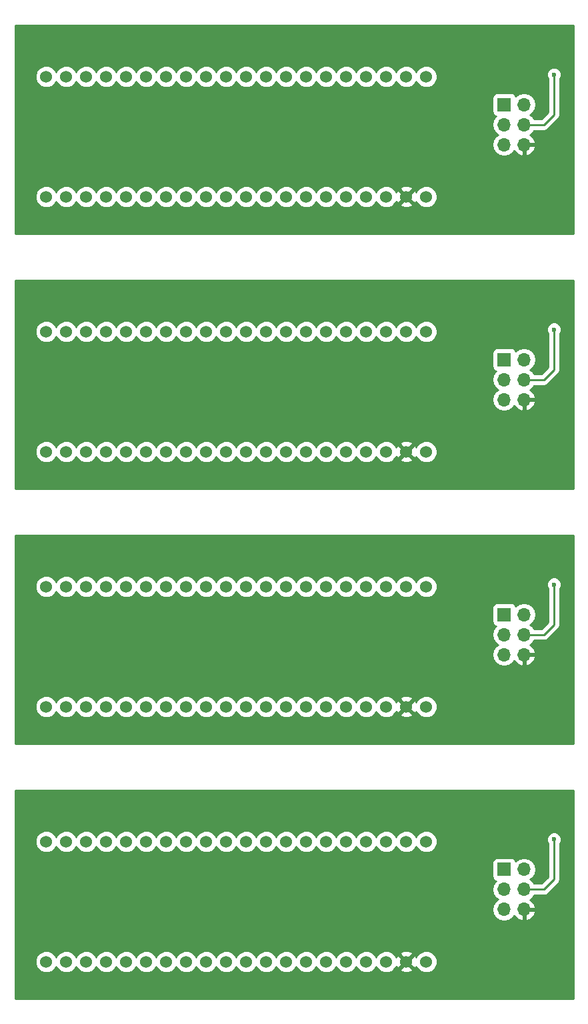
<source format=gtl>
G04 #@! TF.FileFunction,Copper,L1,Top,Signal*
%FSLAX46Y46*%
G04 Gerber Fmt 4.6, Leading zero omitted, Abs format (unit mm)*
G04 Created by KiCad (PCBNEW 4.0.6) date Tue Apr 18 22:00:09 2017*
%MOMM*%
%LPD*%
G01*
G04 APERTURE LIST*
%ADD10C,0.100000*%
%ADD11R,1.700000X1.700000*%
%ADD12O,1.700000X1.700000*%
%ADD13C,1.524000*%
%ADD14C,0.600000*%
%ADD15C,0.250000*%
%ADD16C,0.254000*%
G04 APERTURE END LIST*
D10*
D11*
X110490000Y-96520000D03*
D12*
X113030000Y-96520000D03*
X110490000Y-99060000D03*
X113030000Y-99060000D03*
X110490000Y-101600000D03*
X113030000Y-101600000D03*
D13*
X52345001Y-108225001D03*
X54885001Y-108225001D03*
X57425001Y-108225001D03*
X59965001Y-108225001D03*
X62505001Y-108225001D03*
X65045001Y-108225001D03*
X67585001Y-108225001D03*
X70125001Y-108225001D03*
X72665001Y-108225001D03*
X75205001Y-108225001D03*
X77745001Y-108225001D03*
X80285001Y-108225001D03*
X82825001Y-108225001D03*
X85365001Y-108225001D03*
X87905001Y-108225001D03*
X90445001Y-108225001D03*
X92985001Y-108225001D03*
X95525001Y-108225001D03*
X98065001Y-108225001D03*
X100605001Y-108225001D03*
X100605001Y-92985001D03*
X98065001Y-92985001D03*
X95525001Y-92985001D03*
X92985001Y-92985001D03*
X90445001Y-92985001D03*
X87905001Y-92985001D03*
X85365001Y-92985001D03*
X82825001Y-92985001D03*
X80285001Y-92985001D03*
X77745001Y-92985001D03*
X75205001Y-92985001D03*
X72665001Y-92985001D03*
X70125001Y-92985001D03*
X67585001Y-92985001D03*
X65045001Y-92985001D03*
X62505001Y-92985001D03*
X59965001Y-92985001D03*
X57425001Y-92985001D03*
X54885001Y-92985001D03*
X52345001Y-92985001D03*
D11*
X110490000Y-128860000D03*
D12*
X113030000Y-128860000D03*
X110490000Y-131400000D03*
X113030000Y-131400000D03*
X110490000Y-133940000D03*
X113030000Y-133940000D03*
D13*
X52345001Y-140565001D03*
X54885001Y-140565001D03*
X57425001Y-140565001D03*
X59965001Y-140565001D03*
X62505001Y-140565001D03*
X65045001Y-140565001D03*
X67585001Y-140565001D03*
X70125001Y-140565001D03*
X72665001Y-140565001D03*
X75205001Y-140565001D03*
X77745001Y-140565001D03*
X80285001Y-140565001D03*
X82825001Y-140565001D03*
X85365001Y-140565001D03*
X87905001Y-140565001D03*
X90445001Y-140565001D03*
X92985001Y-140565001D03*
X95525001Y-140565001D03*
X98065001Y-140565001D03*
X100605001Y-140565001D03*
X100605001Y-125325001D03*
X98065001Y-125325001D03*
X95525001Y-125325001D03*
X92985001Y-125325001D03*
X90445001Y-125325001D03*
X87905001Y-125325001D03*
X85365001Y-125325001D03*
X82825001Y-125325001D03*
X80285001Y-125325001D03*
X77745001Y-125325001D03*
X75205001Y-125325001D03*
X72665001Y-125325001D03*
X70125001Y-125325001D03*
X67585001Y-125325001D03*
X65045001Y-125325001D03*
X62505001Y-125325001D03*
X59965001Y-125325001D03*
X57425001Y-125325001D03*
X54885001Y-125325001D03*
X52345001Y-125325001D03*
D11*
X110490000Y-64180000D03*
D12*
X113030000Y-64180000D03*
X110490000Y-66720000D03*
X113030000Y-66720000D03*
X110490000Y-69260000D03*
X113030000Y-69260000D03*
D13*
X52345001Y-75885001D03*
X54885001Y-75885001D03*
X57425001Y-75885001D03*
X59965001Y-75885001D03*
X62505001Y-75885001D03*
X65045001Y-75885001D03*
X67585001Y-75885001D03*
X70125001Y-75885001D03*
X72665001Y-75885001D03*
X75205001Y-75885001D03*
X77745001Y-75885001D03*
X80285001Y-75885001D03*
X82825001Y-75885001D03*
X85365001Y-75885001D03*
X87905001Y-75885001D03*
X90445001Y-75885001D03*
X92985001Y-75885001D03*
X95525001Y-75885001D03*
X98065001Y-75885001D03*
X100605001Y-75885001D03*
X100605001Y-60645001D03*
X98065001Y-60645001D03*
X95525001Y-60645001D03*
X92985001Y-60645001D03*
X90445001Y-60645001D03*
X87905001Y-60645001D03*
X85365001Y-60645001D03*
X82825001Y-60645001D03*
X80285001Y-60645001D03*
X77745001Y-60645001D03*
X75205001Y-60645001D03*
X72665001Y-60645001D03*
X70125001Y-60645001D03*
X67585001Y-60645001D03*
X65045001Y-60645001D03*
X62505001Y-60645001D03*
X59965001Y-60645001D03*
X57425001Y-60645001D03*
X54885001Y-60645001D03*
X52345001Y-60645001D03*
D11*
X110490000Y-31840000D03*
D12*
X113030000Y-31840000D03*
X110490000Y-34380000D03*
X113030000Y-34380000D03*
X110490000Y-36920000D03*
X113030000Y-36920000D03*
D13*
X52345001Y-43545001D03*
X54885001Y-43545001D03*
X57425001Y-43545001D03*
X59965001Y-43545001D03*
X62505001Y-43545001D03*
X65045001Y-43545001D03*
X67585001Y-43545001D03*
X70125001Y-43545001D03*
X72665001Y-43545001D03*
X75205001Y-43545001D03*
X77745001Y-43545001D03*
X80285001Y-43545001D03*
X82825001Y-43545001D03*
X85365001Y-43545001D03*
X87905001Y-43545001D03*
X90445001Y-43545001D03*
X92985001Y-43545001D03*
X95525001Y-43545001D03*
X98065001Y-43545001D03*
X100605001Y-43545001D03*
X100605001Y-28305001D03*
X98065001Y-28305001D03*
X95525001Y-28305001D03*
X92985001Y-28305001D03*
X90445001Y-28305001D03*
X87905001Y-28305001D03*
X85365001Y-28305001D03*
X82825001Y-28305001D03*
X80285001Y-28305001D03*
X77745001Y-28305001D03*
X75205001Y-28305001D03*
X72665001Y-28305001D03*
X70125001Y-28305001D03*
X67585001Y-28305001D03*
X65045001Y-28305001D03*
X62505001Y-28305001D03*
X59965001Y-28305001D03*
X57425001Y-28305001D03*
X54885001Y-28305001D03*
X52345001Y-28305001D03*
D14*
X116840000Y-92710000D03*
X116840000Y-125050000D03*
X116840000Y-60370000D03*
X116840000Y-28030000D03*
D15*
X115570000Y-99060000D02*
X113030000Y-99060000D01*
X116840000Y-97790000D02*
X115570000Y-99060000D01*
X116840000Y-92710000D02*
X116840000Y-97790000D01*
X115570000Y-131400000D02*
X113030000Y-131400000D01*
X116840000Y-130130000D02*
X115570000Y-131400000D01*
X116840000Y-125050000D02*
X116840000Y-130130000D01*
X115570000Y-66720000D02*
X113030000Y-66720000D01*
X116840000Y-65450000D02*
X115570000Y-66720000D01*
X116840000Y-60370000D02*
X116840000Y-65450000D01*
X115570000Y-34380000D02*
X113030000Y-34380000D01*
X116840000Y-33110000D02*
X115570000Y-34380000D01*
X116840000Y-28030000D02*
X116840000Y-33110000D01*
D16*
G36*
X119253000Y-112903000D02*
X48387000Y-112903000D01*
X48387000Y-108501662D01*
X50947759Y-108501662D01*
X51159991Y-109015304D01*
X51552631Y-109408630D01*
X52065901Y-109621758D01*
X52621662Y-109622243D01*
X53135304Y-109410011D01*
X53528630Y-109017371D01*
X53614950Y-108809489D01*
X53699991Y-109015304D01*
X54092631Y-109408630D01*
X54605901Y-109621758D01*
X55161662Y-109622243D01*
X55675304Y-109410011D01*
X56068630Y-109017371D01*
X56154950Y-108809489D01*
X56239991Y-109015304D01*
X56632631Y-109408630D01*
X57145901Y-109621758D01*
X57701662Y-109622243D01*
X58215304Y-109410011D01*
X58608630Y-109017371D01*
X58694950Y-108809489D01*
X58779991Y-109015304D01*
X59172631Y-109408630D01*
X59685901Y-109621758D01*
X60241662Y-109622243D01*
X60755304Y-109410011D01*
X61148630Y-109017371D01*
X61234950Y-108809489D01*
X61319991Y-109015304D01*
X61712631Y-109408630D01*
X62225901Y-109621758D01*
X62781662Y-109622243D01*
X63295304Y-109410011D01*
X63688630Y-109017371D01*
X63774950Y-108809489D01*
X63859991Y-109015304D01*
X64252631Y-109408630D01*
X64765901Y-109621758D01*
X65321662Y-109622243D01*
X65835304Y-109410011D01*
X66228630Y-109017371D01*
X66314950Y-108809489D01*
X66399991Y-109015304D01*
X66792631Y-109408630D01*
X67305901Y-109621758D01*
X67861662Y-109622243D01*
X68375304Y-109410011D01*
X68768630Y-109017371D01*
X68854950Y-108809489D01*
X68939991Y-109015304D01*
X69332631Y-109408630D01*
X69845901Y-109621758D01*
X70401662Y-109622243D01*
X70915304Y-109410011D01*
X71308630Y-109017371D01*
X71394950Y-108809489D01*
X71479991Y-109015304D01*
X71872631Y-109408630D01*
X72385901Y-109621758D01*
X72941662Y-109622243D01*
X73455304Y-109410011D01*
X73848630Y-109017371D01*
X73934950Y-108809489D01*
X74019991Y-109015304D01*
X74412631Y-109408630D01*
X74925901Y-109621758D01*
X75481662Y-109622243D01*
X75995304Y-109410011D01*
X76388630Y-109017371D01*
X76474950Y-108809489D01*
X76559991Y-109015304D01*
X76952631Y-109408630D01*
X77465901Y-109621758D01*
X78021662Y-109622243D01*
X78535304Y-109410011D01*
X78928630Y-109017371D01*
X79014950Y-108809489D01*
X79099991Y-109015304D01*
X79492631Y-109408630D01*
X80005901Y-109621758D01*
X80561662Y-109622243D01*
X81075304Y-109410011D01*
X81468630Y-109017371D01*
X81554950Y-108809489D01*
X81639991Y-109015304D01*
X82032631Y-109408630D01*
X82545901Y-109621758D01*
X83101662Y-109622243D01*
X83615304Y-109410011D01*
X84008630Y-109017371D01*
X84094950Y-108809489D01*
X84179991Y-109015304D01*
X84572631Y-109408630D01*
X85085901Y-109621758D01*
X85641662Y-109622243D01*
X86155304Y-109410011D01*
X86548630Y-109017371D01*
X86634950Y-108809489D01*
X86719991Y-109015304D01*
X87112631Y-109408630D01*
X87625901Y-109621758D01*
X88181662Y-109622243D01*
X88695304Y-109410011D01*
X89088630Y-109017371D01*
X89174950Y-108809489D01*
X89259991Y-109015304D01*
X89652631Y-109408630D01*
X90165901Y-109621758D01*
X90721662Y-109622243D01*
X91235304Y-109410011D01*
X91628630Y-109017371D01*
X91714950Y-108809489D01*
X91799991Y-109015304D01*
X92192631Y-109408630D01*
X92705901Y-109621758D01*
X93261662Y-109622243D01*
X93775304Y-109410011D01*
X94168630Y-109017371D01*
X94254950Y-108809489D01*
X94339991Y-109015304D01*
X94732631Y-109408630D01*
X95245901Y-109621758D01*
X95801662Y-109622243D01*
X96315304Y-109410011D01*
X96520458Y-109205214D01*
X97264393Y-109205214D01*
X97333858Y-109447398D01*
X97857303Y-109634145D01*
X98412369Y-109606363D01*
X98796144Y-109447398D01*
X98865609Y-109205214D01*
X98065001Y-108404606D01*
X97264393Y-109205214D01*
X96520458Y-109205214D01*
X96708630Y-109017371D01*
X96788396Y-108825274D01*
X96842604Y-108956144D01*
X97084788Y-109025609D01*
X97885396Y-108225001D01*
X98244606Y-108225001D01*
X99045214Y-109025609D01*
X99287398Y-108956144D01*
X99337510Y-108815683D01*
X99419991Y-109015304D01*
X99812631Y-109408630D01*
X100325901Y-109621758D01*
X100881662Y-109622243D01*
X101395304Y-109410011D01*
X101788630Y-109017371D01*
X102001758Y-108504101D01*
X102002243Y-107948340D01*
X101790011Y-107434698D01*
X101397371Y-107041372D01*
X100884101Y-106828244D01*
X100328340Y-106827759D01*
X99814698Y-107039991D01*
X99421372Y-107432631D01*
X99341606Y-107624728D01*
X99287398Y-107493858D01*
X99045214Y-107424393D01*
X98244606Y-108225001D01*
X97885396Y-108225001D01*
X97084788Y-107424393D01*
X96842604Y-107493858D01*
X96792492Y-107634319D01*
X96710011Y-107434698D01*
X96520433Y-107244788D01*
X97264393Y-107244788D01*
X98065001Y-108045396D01*
X98865609Y-107244788D01*
X98796144Y-107002604D01*
X98272699Y-106815857D01*
X97717633Y-106843639D01*
X97333858Y-107002604D01*
X97264393Y-107244788D01*
X96520433Y-107244788D01*
X96317371Y-107041372D01*
X95804101Y-106828244D01*
X95248340Y-106827759D01*
X94734698Y-107039991D01*
X94341372Y-107432631D01*
X94255052Y-107640513D01*
X94170011Y-107434698D01*
X93777371Y-107041372D01*
X93264101Y-106828244D01*
X92708340Y-106827759D01*
X92194698Y-107039991D01*
X91801372Y-107432631D01*
X91715052Y-107640513D01*
X91630011Y-107434698D01*
X91237371Y-107041372D01*
X90724101Y-106828244D01*
X90168340Y-106827759D01*
X89654698Y-107039991D01*
X89261372Y-107432631D01*
X89175052Y-107640513D01*
X89090011Y-107434698D01*
X88697371Y-107041372D01*
X88184101Y-106828244D01*
X87628340Y-106827759D01*
X87114698Y-107039991D01*
X86721372Y-107432631D01*
X86635052Y-107640513D01*
X86550011Y-107434698D01*
X86157371Y-107041372D01*
X85644101Y-106828244D01*
X85088340Y-106827759D01*
X84574698Y-107039991D01*
X84181372Y-107432631D01*
X84095052Y-107640513D01*
X84010011Y-107434698D01*
X83617371Y-107041372D01*
X83104101Y-106828244D01*
X82548340Y-106827759D01*
X82034698Y-107039991D01*
X81641372Y-107432631D01*
X81555052Y-107640513D01*
X81470011Y-107434698D01*
X81077371Y-107041372D01*
X80564101Y-106828244D01*
X80008340Y-106827759D01*
X79494698Y-107039991D01*
X79101372Y-107432631D01*
X79015052Y-107640513D01*
X78930011Y-107434698D01*
X78537371Y-107041372D01*
X78024101Y-106828244D01*
X77468340Y-106827759D01*
X76954698Y-107039991D01*
X76561372Y-107432631D01*
X76475052Y-107640513D01*
X76390011Y-107434698D01*
X75997371Y-107041372D01*
X75484101Y-106828244D01*
X74928340Y-106827759D01*
X74414698Y-107039991D01*
X74021372Y-107432631D01*
X73935052Y-107640513D01*
X73850011Y-107434698D01*
X73457371Y-107041372D01*
X72944101Y-106828244D01*
X72388340Y-106827759D01*
X71874698Y-107039991D01*
X71481372Y-107432631D01*
X71395052Y-107640513D01*
X71310011Y-107434698D01*
X70917371Y-107041372D01*
X70404101Y-106828244D01*
X69848340Y-106827759D01*
X69334698Y-107039991D01*
X68941372Y-107432631D01*
X68855052Y-107640513D01*
X68770011Y-107434698D01*
X68377371Y-107041372D01*
X67864101Y-106828244D01*
X67308340Y-106827759D01*
X66794698Y-107039991D01*
X66401372Y-107432631D01*
X66315052Y-107640513D01*
X66230011Y-107434698D01*
X65837371Y-107041372D01*
X65324101Y-106828244D01*
X64768340Y-106827759D01*
X64254698Y-107039991D01*
X63861372Y-107432631D01*
X63775052Y-107640513D01*
X63690011Y-107434698D01*
X63297371Y-107041372D01*
X62784101Y-106828244D01*
X62228340Y-106827759D01*
X61714698Y-107039991D01*
X61321372Y-107432631D01*
X61235052Y-107640513D01*
X61150011Y-107434698D01*
X60757371Y-107041372D01*
X60244101Y-106828244D01*
X59688340Y-106827759D01*
X59174698Y-107039991D01*
X58781372Y-107432631D01*
X58695052Y-107640513D01*
X58610011Y-107434698D01*
X58217371Y-107041372D01*
X57704101Y-106828244D01*
X57148340Y-106827759D01*
X56634698Y-107039991D01*
X56241372Y-107432631D01*
X56155052Y-107640513D01*
X56070011Y-107434698D01*
X55677371Y-107041372D01*
X55164101Y-106828244D01*
X54608340Y-106827759D01*
X54094698Y-107039991D01*
X53701372Y-107432631D01*
X53615052Y-107640513D01*
X53530011Y-107434698D01*
X53137371Y-107041372D01*
X52624101Y-106828244D01*
X52068340Y-106827759D01*
X51554698Y-107039991D01*
X51161372Y-107432631D01*
X50948244Y-107945901D01*
X50947759Y-108501662D01*
X48387000Y-108501662D01*
X48387000Y-99060000D01*
X108975907Y-99060000D01*
X109088946Y-99628285D01*
X109410853Y-100110054D01*
X109740026Y-100330000D01*
X109410853Y-100549946D01*
X109088946Y-101031715D01*
X108975907Y-101600000D01*
X109088946Y-102168285D01*
X109410853Y-102650054D01*
X109892622Y-102971961D01*
X110460907Y-103085000D01*
X110519093Y-103085000D01*
X111087378Y-102971961D01*
X111569147Y-102650054D01*
X111758345Y-102366899D01*
X111758355Y-102366924D01*
X112148642Y-102795183D01*
X112673108Y-103041486D01*
X112903000Y-102920819D01*
X112903000Y-101727000D01*
X113157000Y-101727000D01*
X113157000Y-102920819D01*
X113386892Y-103041486D01*
X113911358Y-102795183D01*
X114301645Y-102366924D01*
X114471476Y-101956890D01*
X114350155Y-101727000D01*
X113157000Y-101727000D01*
X112903000Y-101727000D01*
X112883000Y-101727000D01*
X112883000Y-101473000D01*
X112903000Y-101473000D01*
X112903000Y-101453000D01*
X113157000Y-101453000D01*
X113157000Y-101473000D01*
X114350155Y-101473000D01*
X114471476Y-101243110D01*
X114301645Y-100833076D01*
X113911358Y-100404817D01*
X113768447Y-100337702D01*
X114109147Y-100110054D01*
X114302954Y-99820000D01*
X115570000Y-99820000D01*
X115860839Y-99762148D01*
X116107401Y-99597401D01*
X117377401Y-98327401D01*
X117542148Y-98080840D01*
X117600000Y-97790000D01*
X117600000Y-93272463D01*
X117632192Y-93240327D01*
X117774838Y-92896799D01*
X117775162Y-92524833D01*
X117633117Y-92181057D01*
X117370327Y-91917808D01*
X117026799Y-91775162D01*
X116654833Y-91774838D01*
X116311057Y-91916883D01*
X116047808Y-92179673D01*
X115905162Y-92523201D01*
X115904838Y-92895167D01*
X116046883Y-93238943D01*
X116080000Y-93272118D01*
X116080000Y-97475198D01*
X115255198Y-98300000D01*
X114302954Y-98300000D01*
X114109147Y-98009946D01*
X113779974Y-97790000D01*
X114109147Y-97570054D01*
X114431054Y-97088285D01*
X114544093Y-96520000D01*
X114431054Y-95951715D01*
X114109147Y-95469946D01*
X113627378Y-95148039D01*
X113059093Y-95035000D01*
X113000907Y-95035000D01*
X112432622Y-95148039D01*
X111950853Y-95469946D01*
X111950029Y-95471179D01*
X111943162Y-95434683D01*
X111804090Y-95218559D01*
X111591890Y-95073569D01*
X111340000Y-95022560D01*
X109640000Y-95022560D01*
X109404683Y-95066838D01*
X109188559Y-95205910D01*
X109043569Y-95418110D01*
X108992560Y-95670000D01*
X108992560Y-97370000D01*
X109036838Y-97605317D01*
X109175910Y-97821441D01*
X109388110Y-97966431D01*
X109455541Y-97980086D01*
X109410853Y-98009946D01*
X109088946Y-98491715D01*
X108975907Y-99060000D01*
X48387000Y-99060000D01*
X48387000Y-93261662D01*
X50947759Y-93261662D01*
X51159991Y-93775304D01*
X51552631Y-94168630D01*
X52065901Y-94381758D01*
X52621662Y-94382243D01*
X53135304Y-94170011D01*
X53528630Y-93777371D01*
X53614950Y-93569489D01*
X53699991Y-93775304D01*
X54092631Y-94168630D01*
X54605901Y-94381758D01*
X55161662Y-94382243D01*
X55675304Y-94170011D01*
X56068630Y-93777371D01*
X56154950Y-93569489D01*
X56239991Y-93775304D01*
X56632631Y-94168630D01*
X57145901Y-94381758D01*
X57701662Y-94382243D01*
X58215304Y-94170011D01*
X58608630Y-93777371D01*
X58694950Y-93569489D01*
X58779991Y-93775304D01*
X59172631Y-94168630D01*
X59685901Y-94381758D01*
X60241662Y-94382243D01*
X60755304Y-94170011D01*
X61148630Y-93777371D01*
X61234950Y-93569489D01*
X61319991Y-93775304D01*
X61712631Y-94168630D01*
X62225901Y-94381758D01*
X62781662Y-94382243D01*
X63295304Y-94170011D01*
X63688630Y-93777371D01*
X63774950Y-93569489D01*
X63859991Y-93775304D01*
X64252631Y-94168630D01*
X64765901Y-94381758D01*
X65321662Y-94382243D01*
X65835304Y-94170011D01*
X66228630Y-93777371D01*
X66314950Y-93569489D01*
X66399991Y-93775304D01*
X66792631Y-94168630D01*
X67305901Y-94381758D01*
X67861662Y-94382243D01*
X68375304Y-94170011D01*
X68768630Y-93777371D01*
X68854950Y-93569489D01*
X68939991Y-93775304D01*
X69332631Y-94168630D01*
X69845901Y-94381758D01*
X70401662Y-94382243D01*
X70915304Y-94170011D01*
X71308630Y-93777371D01*
X71394950Y-93569489D01*
X71479991Y-93775304D01*
X71872631Y-94168630D01*
X72385901Y-94381758D01*
X72941662Y-94382243D01*
X73455304Y-94170011D01*
X73848630Y-93777371D01*
X73934950Y-93569489D01*
X74019991Y-93775304D01*
X74412631Y-94168630D01*
X74925901Y-94381758D01*
X75481662Y-94382243D01*
X75995304Y-94170011D01*
X76388630Y-93777371D01*
X76474950Y-93569489D01*
X76559991Y-93775304D01*
X76952631Y-94168630D01*
X77465901Y-94381758D01*
X78021662Y-94382243D01*
X78535304Y-94170011D01*
X78928630Y-93777371D01*
X79014950Y-93569489D01*
X79099991Y-93775304D01*
X79492631Y-94168630D01*
X80005901Y-94381758D01*
X80561662Y-94382243D01*
X81075304Y-94170011D01*
X81468630Y-93777371D01*
X81554950Y-93569489D01*
X81639991Y-93775304D01*
X82032631Y-94168630D01*
X82545901Y-94381758D01*
X83101662Y-94382243D01*
X83615304Y-94170011D01*
X84008630Y-93777371D01*
X84094950Y-93569489D01*
X84179991Y-93775304D01*
X84572631Y-94168630D01*
X85085901Y-94381758D01*
X85641662Y-94382243D01*
X86155304Y-94170011D01*
X86548630Y-93777371D01*
X86634950Y-93569489D01*
X86719991Y-93775304D01*
X87112631Y-94168630D01*
X87625901Y-94381758D01*
X88181662Y-94382243D01*
X88695304Y-94170011D01*
X89088630Y-93777371D01*
X89174950Y-93569489D01*
X89259991Y-93775304D01*
X89652631Y-94168630D01*
X90165901Y-94381758D01*
X90721662Y-94382243D01*
X91235304Y-94170011D01*
X91628630Y-93777371D01*
X91714950Y-93569489D01*
X91799991Y-93775304D01*
X92192631Y-94168630D01*
X92705901Y-94381758D01*
X93261662Y-94382243D01*
X93775304Y-94170011D01*
X94168630Y-93777371D01*
X94254950Y-93569489D01*
X94339991Y-93775304D01*
X94732631Y-94168630D01*
X95245901Y-94381758D01*
X95801662Y-94382243D01*
X96315304Y-94170011D01*
X96708630Y-93777371D01*
X96794950Y-93569489D01*
X96879991Y-93775304D01*
X97272631Y-94168630D01*
X97785901Y-94381758D01*
X98341662Y-94382243D01*
X98855304Y-94170011D01*
X99248630Y-93777371D01*
X99334950Y-93569489D01*
X99419991Y-93775304D01*
X99812631Y-94168630D01*
X100325901Y-94381758D01*
X100881662Y-94382243D01*
X101395304Y-94170011D01*
X101788630Y-93777371D01*
X102001758Y-93264101D01*
X102002243Y-92708340D01*
X101790011Y-92194698D01*
X101397371Y-91801372D01*
X100884101Y-91588244D01*
X100328340Y-91587759D01*
X99814698Y-91799991D01*
X99421372Y-92192631D01*
X99335052Y-92400513D01*
X99250011Y-92194698D01*
X98857371Y-91801372D01*
X98344101Y-91588244D01*
X97788340Y-91587759D01*
X97274698Y-91799991D01*
X96881372Y-92192631D01*
X96795052Y-92400513D01*
X96710011Y-92194698D01*
X96317371Y-91801372D01*
X95804101Y-91588244D01*
X95248340Y-91587759D01*
X94734698Y-91799991D01*
X94341372Y-92192631D01*
X94255052Y-92400513D01*
X94170011Y-92194698D01*
X93777371Y-91801372D01*
X93264101Y-91588244D01*
X92708340Y-91587759D01*
X92194698Y-91799991D01*
X91801372Y-92192631D01*
X91715052Y-92400513D01*
X91630011Y-92194698D01*
X91237371Y-91801372D01*
X90724101Y-91588244D01*
X90168340Y-91587759D01*
X89654698Y-91799991D01*
X89261372Y-92192631D01*
X89175052Y-92400513D01*
X89090011Y-92194698D01*
X88697371Y-91801372D01*
X88184101Y-91588244D01*
X87628340Y-91587759D01*
X87114698Y-91799991D01*
X86721372Y-92192631D01*
X86635052Y-92400513D01*
X86550011Y-92194698D01*
X86157371Y-91801372D01*
X85644101Y-91588244D01*
X85088340Y-91587759D01*
X84574698Y-91799991D01*
X84181372Y-92192631D01*
X84095052Y-92400513D01*
X84010011Y-92194698D01*
X83617371Y-91801372D01*
X83104101Y-91588244D01*
X82548340Y-91587759D01*
X82034698Y-91799991D01*
X81641372Y-92192631D01*
X81555052Y-92400513D01*
X81470011Y-92194698D01*
X81077371Y-91801372D01*
X80564101Y-91588244D01*
X80008340Y-91587759D01*
X79494698Y-91799991D01*
X79101372Y-92192631D01*
X79015052Y-92400513D01*
X78930011Y-92194698D01*
X78537371Y-91801372D01*
X78024101Y-91588244D01*
X77468340Y-91587759D01*
X76954698Y-91799991D01*
X76561372Y-92192631D01*
X76475052Y-92400513D01*
X76390011Y-92194698D01*
X75997371Y-91801372D01*
X75484101Y-91588244D01*
X74928340Y-91587759D01*
X74414698Y-91799991D01*
X74021372Y-92192631D01*
X73935052Y-92400513D01*
X73850011Y-92194698D01*
X73457371Y-91801372D01*
X72944101Y-91588244D01*
X72388340Y-91587759D01*
X71874698Y-91799991D01*
X71481372Y-92192631D01*
X71395052Y-92400513D01*
X71310011Y-92194698D01*
X70917371Y-91801372D01*
X70404101Y-91588244D01*
X69848340Y-91587759D01*
X69334698Y-91799991D01*
X68941372Y-92192631D01*
X68855052Y-92400513D01*
X68770011Y-92194698D01*
X68377371Y-91801372D01*
X67864101Y-91588244D01*
X67308340Y-91587759D01*
X66794698Y-91799991D01*
X66401372Y-92192631D01*
X66315052Y-92400513D01*
X66230011Y-92194698D01*
X65837371Y-91801372D01*
X65324101Y-91588244D01*
X64768340Y-91587759D01*
X64254698Y-91799991D01*
X63861372Y-92192631D01*
X63775052Y-92400513D01*
X63690011Y-92194698D01*
X63297371Y-91801372D01*
X62784101Y-91588244D01*
X62228340Y-91587759D01*
X61714698Y-91799991D01*
X61321372Y-92192631D01*
X61235052Y-92400513D01*
X61150011Y-92194698D01*
X60757371Y-91801372D01*
X60244101Y-91588244D01*
X59688340Y-91587759D01*
X59174698Y-91799991D01*
X58781372Y-92192631D01*
X58695052Y-92400513D01*
X58610011Y-92194698D01*
X58217371Y-91801372D01*
X57704101Y-91588244D01*
X57148340Y-91587759D01*
X56634698Y-91799991D01*
X56241372Y-92192631D01*
X56155052Y-92400513D01*
X56070011Y-92194698D01*
X55677371Y-91801372D01*
X55164101Y-91588244D01*
X54608340Y-91587759D01*
X54094698Y-91799991D01*
X53701372Y-92192631D01*
X53615052Y-92400513D01*
X53530011Y-92194698D01*
X53137371Y-91801372D01*
X52624101Y-91588244D01*
X52068340Y-91587759D01*
X51554698Y-91799991D01*
X51161372Y-92192631D01*
X50948244Y-92705901D01*
X50947759Y-93261662D01*
X48387000Y-93261662D01*
X48387000Y-86487000D01*
X119253000Y-86487000D01*
X119253000Y-112903000D01*
X119253000Y-112903000D01*
G37*
X119253000Y-112903000D02*
X48387000Y-112903000D01*
X48387000Y-108501662D01*
X50947759Y-108501662D01*
X51159991Y-109015304D01*
X51552631Y-109408630D01*
X52065901Y-109621758D01*
X52621662Y-109622243D01*
X53135304Y-109410011D01*
X53528630Y-109017371D01*
X53614950Y-108809489D01*
X53699991Y-109015304D01*
X54092631Y-109408630D01*
X54605901Y-109621758D01*
X55161662Y-109622243D01*
X55675304Y-109410011D01*
X56068630Y-109017371D01*
X56154950Y-108809489D01*
X56239991Y-109015304D01*
X56632631Y-109408630D01*
X57145901Y-109621758D01*
X57701662Y-109622243D01*
X58215304Y-109410011D01*
X58608630Y-109017371D01*
X58694950Y-108809489D01*
X58779991Y-109015304D01*
X59172631Y-109408630D01*
X59685901Y-109621758D01*
X60241662Y-109622243D01*
X60755304Y-109410011D01*
X61148630Y-109017371D01*
X61234950Y-108809489D01*
X61319991Y-109015304D01*
X61712631Y-109408630D01*
X62225901Y-109621758D01*
X62781662Y-109622243D01*
X63295304Y-109410011D01*
X63688630Y-109017371D01*
X63774950Y-108809489D01*
X63859991Y-109015304D01*
X64252631Y-109408630D01*
X64765901Y-109621758D01*
X65321662Y-109622243D01*
X65835304Y-109410011D01*
X66228630Y-109017371D01*
X66314950Y-108809489D01*
X66399991Y-109015304D01*
X66792631Y-109408630D01*
X67305901Y-109621758D01*
X67861662Y-109622243D01*
X68375304Y-109410011D01*
X68768630Y-109017371D01*
X68854950Y-108809489D01*
X68939991Y-109015304D01*
X69332631Y-109408630D01*
X69845901Y-109621758D01*
X70401662Y-109622243D01*
X70915304Y-109410011D01*
X71308630Y-109017371D01*
X71394950Y-108809489D01*
X71479991Y-109015304D01*
X71872631Y-109408630D01*
X72385901Y-109621758D01*
X72941662Y-109622243D01*
X73455304Y-109410011D01*
X73848630Y-109017371D01*
X73934950Y-108809489D01*
X74019991Y-109015304D01*
X74412631Y-109408630D01*
X74925901Y-109621758D01*
X75481662Y-109622243D01*
X75995304Y-109410011D01*
X76388630Y-109017371D01*
X76474950Y-108809489D01*
X76559991Y-109015304D01*
X76952631Y-109408630D01*
X77465901Y-109621758D01*
X78021662Y-109622243D01*
X78535304Y-109410011D01*
X78928630Y-109017371D01*
X79014950Y-108809489D01*
X79099991Y-109015304D01*
X79492631Y-109408630D01*
X80005901Y-109621758D01*
X80561662Y-109622243D01*
X81075304Y-109410011D01*
X81468630Y-109017371D01*
X81554950Y-108809489D01*
X81639991Y-109015304D01*
X82032631Y-109408630D01*
X82545901Y-109621758D01*
X83101662Y-109622243D01*
X83615304Y-109410011D01*
X84008630Y-109017371D01*
X84094950Y-108809489D01*
X84179991Y-109015304D01*
X84572631Y-109408630D01*
X85085901Y-109621758D01*
X85641662Y-109622243D01*
X86155304Y-109410011D01*
X86548630Y-109017371D01*
X86634950Y-108809489D01*
X86719991Y-109015304D01*
X87112631Y-109408630D01*
X87625901Y-109621758D01*
X88181662Y-109622243D01*
X88695304Y-109410011D01*
X89088630Y-109017371D01*
X89174950Y-108809489D01*
X89259991Y-109015304D01*
X89652631Y-109408630D01*
X90165901Y-109621758D01*
X90721662Y-109622243D01*
X91235304Y-109410011D01*
X91628630Y-109017371D01*
X91714950Y-108809489D01*
X91799991Y-109015304D01*
X92192631Y-109408630D01*
X92705901Y-109621758D01*
X93261662Y-109622243D01*
X93775304Y-109410011D01*
X94168630Y-109017371D01*
X94254950Y-108809489D01*
X94339991Y-109015304D01*
X94732631Y-109408630D01*
X95245901Y-109621758D01*
X95801662Y-109622243D01*
X96315304Y-109410011D01*
X96520458Y-109205214D01*
X97264393Y-109205214D01*
X97333858Y-109447398D01*
X97857303Y-109634145D01*
X98412369Y-109606363D01*
X98796144Y-109447398D01*
X98865609Y-109205214D01*
X98065001Y-108404606D01*
X97264393Y-109205214D01*
X96520458Y-109205214D01*
X96708630Y-109017371D01*
X96788396Y-108825274D01*
X96842604Y-108956144D01*
X97084788Y-109025609D01*
X97885396Y-108225001D01*
X98244606Y-108225001D01*
X99045214Y-109025609D01*
X99287398Y-108956144D01*
X99337510Y-108815683D01*
X99419991Y-109015304D01*
X99812631Y-109408630D01*
X100325901Y-109621758D01*
X100881662Y-109622243D01*
X101395304Y-109410011D01*
X101788630Y-109017371D01*
X102001758Y-108504101D01*
X102002243Y-107948340D01*
X101790011Y-107434698D01*
X101397371Y-107041372D01*
X100884101Y-106828244D01*
X100328340Y-106827759D01*
X99814698Y-107039991D01*
X99421372Y-107432631D01*
X99341606Y-107624728D01*
X99287398Y-107493858D01*
X99045214Y-107424393D01*
X98244606Y-108225001D01*
X97885396Y-108225001D01*
X97084788Y-107424393D01*
X96842604Y-107493858D01*
X96792492Y-107634319D01*
X96710011Y-107434698D01*
X96520433Y-107244788D01*
X97264393Y-107244788D01*
X98065001Y-108045396D01*
X98865609Y-107244788D01*
X98796144Y-107002604D01*
X98272699Y-106815857D01*
X97717633Y-106843639D01*
X97333858Y-107002604D01*
X97264393Y-107244788D01*
X96520433Y-107244788D01*
X96317371Y-107041372D01*
X95804101Y-106828244D01*
X95248340Y-106827759D01*
X94734698Y-107039991D01*
X94341372Y-107432631D01*
X94255052Y-107640513D01*
X94170011Y-107434698D01*
X93777371Y-107041372D01*
X93264101Y-106828244D01*
X92708340Y-106827759D01*
X92194698Y-107039991D01*
X91801372Y-107432631D01*
X91715052Y-107640513D01*
X91630011Y-107434698D01*
X91237371Y-107041372D01*
X90724101Y-106828244D01*
X90168340Y-106827759D01*
X89654698Y-107039991D01*
X89261372Y-107432631D01*
X89175052Y-107640513D01*
X89090011Y-107434698D01*
X88697371Y-107041372D01*
X88184101Y-106828244D01*
X87628340Y-106827759D01*
X87114698Y-107039991D01*
X86721372Y-107432631D01*
X86635052Y-107640513D01*
X86550011Y-107434698D01*
X86157371Y-107041372D01*
X85644101Y-106828244D01*
X85088340Y-106827759D01*
X84574698Y-107039991D01*
X84181372Y-107432631D01*
X84095052Y-107640513D01*
X84010011Y-107434698D01*
X83617371Y-107041372D01*
X83104101Y-106828244D01*
X82548340Y-106827759D01*
X82034698Y-107039991D01*
X81641372Y-107432631D01*
X81555052Y-107640513D01*
X81470011Y-107434698D01*
X81077371Y-107041372D01*
X80564101Y-106828244D01*
X80008340Y-106827759D01*
X79494698Y-107039991D01*
X79101372Y-107432631D01*
X79015052Y-107640513D01*
X78930011Y-107434698D01*
X78537371Y-107041372D01*
X78024101Y-106828244D01*
X77468340Y-106827759D01*
X76954698Y-107039991D01*
X76561372Y-107432631D01*
X76475052Y-107640513D01*
X76390011Y-107434698D01*
X75997371Y-107041372D01*
X75484101Y-106828244D01*
X74928340Y-106827759D01*
X74414698Y-107039991D01*
X74021372Y-107432631D01*
X73935052Y-107640513D01*
X73850011Y-107434698D01*
X73457371Y-107041372D01*
X72944101Y-106828244D01*
X72388340Y-106827759D01*
X71874698Y-107039991D01*
X71481372Y-107432631D01*
X71395052Y-107640513D01*
X71310011Y-107434698D01*
X70917371Y-107041372D01*
X70404101Y-106828244D01*
X69848340Y-106827759D01*
X69334698Y-107039991D01*
X68941372Y-107432631D01*
X68855052Y-107640513D01*
X68770011Y-107434698D01*
X68377371Y-107041372D01*
X67864101Y-106828244D01*
X67308340Y-106827759D01*
X66794698Y-107039991D01*
X66401372Y-107432631D01*
X66315052Y-107640513D01*
X66230011Y-107434698D01*
X65837371Y-107041372D01*
X65324101Y-106828244D01*
X64768340Y-106827759D01*
X64254698Y-107039991D01*
X63861372Y-107432631D01*
X63775052Y-107640513D01*
X63690011Y-107434698D01*
X63297371Y-107041372D01*
X62784101Y-106828244D01*
X62228340Y-106827759D01*
X61714698Y-107039991D01*
X61321372Y-107432631D01*
X61235052Y-107640513D01*
X61150011Y-107434698D01*
X60757371Y-107041372D01*
X60244101Y-106828244D01*
X59688340Y-106827759D01*
X59174698Y-107039991D01*
X58781372Y-107432631D01*
X58695052Y-107640513D01*
X58610011Y-107434698D01*
X58217371Y-107041372D01*
X57704101Y-106828244D01*
X57148340Y-106827759D01*
X56634698Y-107039991D01*
X56241372Y-107432631D01*
X56155052Y-107640513D01*
X56070011Y-107434698D01*
X55677371Y-107041372D01*
X55164101Y-106828244D01*
X54608340Y-106827759D01*
X54094698Y-107039991D01*
X53701372Y-107432631D01*
X53615052Y-107640513D01*
X53530011Y-107434698D01*
X53137371Y-107041372D01*
X52624101Y-106828244D01*
X52068340Y-106827759D01*
X51554698Y-107039991D01*
X51161372Y-107432631D01*
X50948244Y-107945901D01*
X50947759Y-108501662D01*
X48387000Y-108501662D01*
X48387000Y-99060000D01*
X108975907Y-99060000D01*
X109088946Y-99628285D01*
X109410853Y-100110054D01*
X109740026Y-100330000D01*
X109410853Y-100549946D01*
X109088946Y-101031715D01*
X108975907Y-101600000D01*
X109088946Y-102168285D01*
X109410853Y-102650054D01*
X109892622Y-102971961D01*
X110460907Y-103085000D01*
X110519093Y-103085000D01*
X111087378Y-102971961D01*
X111569147Y-102650054D01*
X111758345Y-102366899D01*
X111758355Y-102366924D01*
X112148642Y-102795183D01*
X112673108Y-103041486D01*
X112903000Y-102920819D01*
X112903000Y-101727000D01*
X113157000Y-101727000D01*
X113157000Y-102920819D01*
X113386892Y-103041486D01*
X113911358Y-102795183D01*
X114301645Y-102366924D01*
X114471476Y-101956890D01*
X114350155Y-101727000D01*
X113157000Y-101727000D01*
X112903000Y-101727000D01*
X112883000Y-101727000D01*
X112883000Y-101473000D01*
X112903000Y-101473000D01*
X112903000Y-101453000D01*
X113157000Y-101453000D01*
X113157000Y-101473000D01*
X114350155Y-101473000D01*
X114471476Y-101243110D01*
X114301645Y-100833076D01*
X113911358Y-100404817D01*
X113768447Y-100337702D01*
X114109147Y-100110054D01*
X114302954Y-99820000D01*
X115570000Y-99820000D01*
X115860839Y-99762148D01*
X116107401Y-99597401D01*
X117377401Y-98327401D01*
X117542148Y-98080840D01*
X117600000Y-97790000D01*
X117600000Y-93272463D01*
X117632192Y-93240327D01*
X117774838Y-92896799D01*
X117775162Y-92524833D01*
X117633117Y-92181057D01*
X117370327Y-91917808D01*
X117026799Y-91775162D01*
X116654833Y-91774838D01*
X116311057Y-91916883D01*
X116047808Y-92179673D01*
X115905162Y-92523201D01*
X115904838Y-92895167D01*
X116046883Y-93238943D01*
X116080000Y-93272118D01*
X116080000Y-97475198D01*
X115255198Y-98300000D01*
X114302954Y-98300000D01*
X114109147Y-98009946D01*
X113779974Y-97790000D01*
X114109147Y-97570054D01*
X114431054Y-97088285D01*
X114544093Y-96520000D01*
X114431054Y-95951715D01*
X114109147Y-95469946D01*
X113627378Y-95148039D01*
X113059093Y-95035000D01*
X113000907Y-95035000D01*
X112432622Y-95148039D01*
X111950853Y-95469946D01*
X111950029Y-95471179D01*
X111943162Y-95434683D01*
X111804090Y-95218559D01*
X111591890Y-95073569D01*
X111340000Y-95022560D01*
X109640000Y-95022560D01*
X109404683Y-95066838D01*
X109188559Y-95205910D01*
X109043569Y-95418110D01*
X108992560Y-95670000D01*
X108992560Y-97370000D01*
X109036838Y-97605317D01*
X109175910Y-97821441D01*
X109388110Y-97966431D01*
X109455541Y-97980086D01*
X109410853Y-98009946D01*
X109088946Y-98491715D01*
X108975907Y-99060000D01*
X48387000Y-99060000D01*
X48387000Y-93261662D01*
X50947759Y-93261662D01*
X51159991Y-93775304D01*
X51552631Y-94168630D01*
X52065901Y-94381758D01*
X52621662Y-94382243D01*
X53135304Y-94170011D01*
X53528630Y-93777371D01*
X53614950Y-93569489D01*
X53699991Y-93775304D01*
X54092631Y-94168630D01*
X54605901Y-94381758D01*
X55161662Y-94382243D01*
X55675304Y-94170011D01*
X56068630Y-93777371D01*
X56154950Y-93569489D01*
X56239991Y-93775304D01*
X56632631Y-94168630D01*
X57145901Y-94381758D01*
X57701662Y-94382243D01*
X58215304Y-94170011D01*
X58608630Y-93777371D01*
X58694950Y-93569489D01*
X58779991Y-93775304D01*
X59172631Y-94168630D01*
X59685901Y-94381758D01*
X60241662Y-94382243D01*
X60755304Y-94170011D01*
X61148630Y-93777371D01*
X61234950Y-93569489D01*
X61319991Y-93775304D01*
X61712631Y-94168630D01*
X62225901Y-94381758D01*
X62781662Y-94382243D01*
X63295304Y-94170011D01*
X63688630Y-93777371D01*
X63774950Y-93569489D01*
X63859991Y-93775304D01*
X64252631Y-94168630D01*
X64765901Y-94381758D01*
X65321662Y-94382243D01*
X65835304Y-94170011D01*
X66228630Y-93777371D01*
X66314950Y-93569489D01*
X66399991Y-93775304D01*
X66792631Y-94168630D01*
X67305901Y-94381758D01*
X67861662Y-94382243D01*
X68375304Y-94170011D01*
X68768630Y-93777371D01*
X68854950Y-93569489D01*
X68939991Y-93775304D01*
X69332631Y-94168630D01*
X69845901Y-94381758D01*
X70401662Y-94382243D01*
X70915304Y-94170011D01*
X71308630Y-93777371D01*
X71394950Y-93569489D01*
X71479991Y-93775304D01*
X71872631Y-94168630D01*
X72385901Y-94381758D01*
X72941662Y-94382243D01*
X73455304Y-94170011D01*
X73848630Y-93777371D01*
X73934950Y-93569489D01*
X74019991Y-93775304D01*
X74412631Y-94168630D01*
X74925901Y-94381758D01*
X75481662Y-94382243D01*
X75995304Y-94170011D01*
X76388630Y-93777371D01*
X76474950Y-93569489D01*
X76559991Y-93775304D01*
X76952631Y-94168630D01*
X77465901Y-94381758D01*
X78021662Y-94382243D01*
X78535304Y-94170011D01*
X78928630Y-93777371D01*
X79014950Y-93569489D01*
X79099991Y-93775304D01*
X79492631Y-94168630D01*
X80005901Y-94381758D01*
X80561662Y-94382243D01*
X81075304Y-94170011D01*
X81468630Y-93777371D01*
X81554950Y-93569489D01*
X81639991Y-93775304D01*
X82032631Y-94168630D01*
X82545901Y-94381758D01*
X83101662Y-94382243D01*
X83615304Y-94170011D01*
X84008630Y-93777371D01*
X84094950Y-93569489D01*
X84179991Y-93775304D01*
X84572631Y-94168630D01*
X85085901Y-94381758D01*
X85641662Y-94382243D01*
X86155304Y-94170011D01*
X86548630Y-93777371D01*
X86634950Y-93569489D01*
X86719991Y-93775304D01*
X87112631Y-94168630D01*
X87625901Y-94381758D01*
X88181662Y-94382243D01*
X88695304Y-94170011D01*
X89088630Y-93777371D01*
X89174950Y-93569489D01*
X89259991Y-93775304D01*
X89652631Y-94168630D01*
X90165901Y-94381758D01*
X90721662Y-94382243D01*
X91235304Y-94170011D01*
X91628630Y-93777371D01*
X91714950Y-93569489D01*
X91799991Y-93775304D01*
X92192631Y-94168630D01*
X92705901Y-94381758D01*
X93261662Y-94382243D01*
X93775304Y-94170011D01*
X94168630Y-93777371D01*
X94254950Y-93569489D01*
X94339991Y-93775304D01*
X94732631Y-94168630D01*
X95245901Y-94381758D01*
X95801662Y-94382243D01*
X96315304Y-94170011D01*
X96708630Y-93777371D01*
X96794950Y-93569489D01*
X96879991Y-93775304D01*
X97272631Y-94168630D01*
X97785901Y-94381758D01*
X98341662Y-94382243D01*
X98855304Y-94170011D01*
X99248630Y-93777371D01*
X99334950Y-93569489D01*
X99419991Y-93775304D01*
X99812631Y-94168630D01*
X100325901Y-94381758D01*
X100881662Y-94382243D01*
X101395304Y-94170011D01*
X101788630Y-93777371D01*
X102001758Y-93264101D01*
X102002243Y-92708340D01*
X101790011Y-92194698D01*
X101397371Y-91801372D01*
X100884101Y-91588244D01*
X100328340Y-91587759D01*
X99814698Y-91799991D01*
X99421372Y-92192631D01*
X99335052Y-92400513D01*
X99250011Y-92194698D01*
X98857371Y-91801372D01*
X98344101Y-91588244D01*
X97788340Y-91587759D01*
X97274698Y-91799991D01*
X96881372Y-92192631D01*
X96795052Y-92400513D01*
X96710011Y-92194698D01*
X96317371Y-91801372D01*
X95804101Y-91588244D01*
X95248340Y-91587759D01*
X94734698Y-91799991D01*
X94341372Y-92192631D01*
X94255052Y-92400513D01*
X94170011Y-92194698D01*
X93777371Y-91801372D01*
X93264101Y-91588244D01*
X92708340Y-91587759D01*
X92194698Y-91799991D01*
X91801372Y-92192631D01*
X91715052Y-92400513D01*
X91630011Y-92194698D01*
X91237371Y-91801372D01*
X90724101Y-91588244D01*
X90168340Y-91587759D01*
X89654698Y-91799991D01*
X89261372Y-92192631D01*
X89175052Y-92400513D01*
X89090011Y-92194698D01*
X88697371Y-91801372D01*
X88184101Y-91588244D01*
X87628340Y-91587759D01*
X87114698Y-91799991D01*
X86721372Y-92192631D01*
X86635052Y-92400513D01*
X86550011Y-92194698D01*
X86157371Y-91801372D01*
X85644101Y-91588244D01*
X85088340Y-91587759D01*
X84574698Y-91799991D01*
X84181372Y-92192631D01*
X84095052Y-92400513D01*
X84010011Y-92194698D01*
X83617371Y-91801372D01*
X83104101Y-91588244D01*
X82548340Y-91587759D01*
X82034698Y-91799991D01*
X81641372Y-92192631D01*
X81555052Y-92400513D01*
X81470011Y-92194698D01*
X81077371Y-91801372D01*
X80564101Y-91588244D01*
X80008340Y-91587759D01*
X79494698Y-91799991D01*
X79101372Y-92192631D01*
X79015052Y-92400513D01*
X78930011Y-92194698D01*
X78537371Y-91801372D01*
X78024101Y-91588244D01*
X77468340Y-91587759D01*
X76954698Y-91799991D01*
X76561372Y-92192631D01*
X76475052Y-92400513D01*
X76390011Y-92194698D01*
X75997371Y-91801372D01*
X75484101Y-91588244D01*
X74928340Y-91587759D01*
X74414698Y-91799991D01*
X74021372Y-92192631D01*
X73935052Y-92400513D01*
X73850011Y-92194698D01*
X73457371Y-91801372D01*
X72944101Y-91588244D01*
X72388340Y-91587759D01*
X71874698Y-91799991D01*
X71481372Y-92192631D01*
X71395052Y-92400513D01*
X71310011Y-92194698D01*
X70917371Y-91801372D01*
X70404101Y-91588244D01*
X69848340Y-91587759D01*
X69334698Y-91799991D01*
X68941372Y-92192631D01*
X68855052Y-92400513D01*
X68770011Y-92194698D01*
X68377371Y-91801372D01*
X67864101Y-91588244D01*
X67308340Y-91587759D01*
X66794698Y-91799991D01*
X66401372Y-92192631D01*
X66315052Y-92400513D01*
X66230011Y-92194698D01*
X65837371Y-91801372D01*
X65324101Y-91588244D01*
X64768340Y-91587759D01*
X64254698Y-91799991D01*
X63861372Y-92192631D01*
X63775052Y-92400513D01*
X63690011Y-92194698D01*
X63297371Y-91801372D01*
X62784101Y-91588244D01*
X62228340Y-91587759D01*
X61714698Y-91799991D01*
X61321372Y-92192631D01*
X61235052Y-92400513D01*
X61150011Y-92194698D01*
X60757371Y-91801372D01*
X60244101Y-91588244D01*
X59688340Y-91587759D01*
X59174698Y-91799991D01*
X58781372Y-92192631D01*
X58695052Y-92400513D01*
X58610011Y-92194698D01*
X58217371Y-91801372D01*
X57704101Y-91588244D01*
X57148340Y-91587759D01*
X56634698Y-91799991D01*
X56241372Y-92192631D01*
X56155052Y-92400513D01*
X56070011Y-92194698D01*
X55677371Y-91801372D01*
X55164101Y-91588244D01*
X54608340Y-91587759D01*
X54094698Y-91799991D01*
X53701372Y-92192631D01*
X53615052Y-92400513D01*
X53530011Y-92194698D01*
X53137371Y-91801372D01*
X52624101Y-91588244D01*
X52068340Y-91587759D01*
X51554698Y-91799991D01*
X51161372Y-92192631D01*
X50948244Y-92705901D01*
X50947759Y-93261662D01*
X48387000Y-93261662D01*
X48387000Y-86487000D01*
X119253000Y-86487000D01*
X119253000Y-112903000D01*
G36*
X119253000Y-145243000D02*
X48387000Y-145243000D01*
X48387000Y-140841662D01*
X50947759Y-140841662D01*
X51159991Y-141355304D01*
X51552631Y-141748630D01*
X52065901Y-141961758D01*
X52621662Y-141962243D01*
X53135304Y-141750011D01*
X53528630Y-141357371D01*
X53614950Y-141149489D01*
X53699991Y-141355304D01*
X54092631Y-141748630D01*
X54605901Y-141961758D01*
X55161662Y-141962243D01*
X55675304Y-141750011D01*
X56068630Y-141357371D01*
X56154950Y-141149489D01*
X56239991Y-141355304D01*
X56632631Y-141748630D01*
X57145901Y-141961758D01*
X57701662Y-141962243D01*
X58215304Y-141750011D01*
X58608630Y-141357371D01*
X58694950Y-141149489D01*
X58779991Y-141355304D01*
X59172631Y-141748630D01*
X59685901Y-141961758D01*
X60241662Y-141962243D01*
X60755304Y-141750011D01*
X61148630Y-141357371D01*
X61234950Y-141149489D01*
X61319991Y-141355304D01*
X61712631Y-141748630D01*
X62225901Y-141961758D01*
X62781662Y-141962243D01*
X63295304Y-141750011D01*
X63688630Y-141357371D01*
X63774950Y-141149489D01*
X63859991Y-141355304D01*
X64252631Y-141748630D01*
X64765901Y-141961758D01*
X65321662Y-141962243D01*
X65835304Y-141750011D01*
X66228630Y-141357371D01*
X66314950Y-141149489D01*
X66399991Y-141355304D01*
X66792631Y-141748630D01*
X67305901Y-141961758D01*
X67861662Y-141962243D01*
X68375304Y-141750011D01*
X68768630Y-141357371D01*
X68854950Y-141149489D01*
X68939991Y-141355304D01*
X69332631Y-141748630D01*
X69845901Y-141961758D01*
X70401662Y-141962243D01*
X70915304Y-141750011D01*
X71308630Y-141357371D01*
X71394950Y-141149489D01*
X71479991Y-141355304D01*
X71872631Y-141748630D01*
X72385901Y-141961758D01*
X72941662Y-141962243D01*
X73455304Y-141750011D01*
X73848630Y-141357371D01*
X73934950Y-141149489D01*
X74019991Y-141355304D01*
X74412631Y-141748630D01*
X74925901Y-141961758D01*
X75481662Y-141962243D01*
X75995304Y-141750011D01*
X76388630Y-141357371D01*
X76474950Y-141149489D01*
X76559991Y-141355304D01*
X76952631Y-141748630D01*
X77465901Y-141961758D01*
X78021662Y-141962243D01*
X78535304Y-141750011D01*
X78928630Y-141357371D01*
X79014950Y-141149489D01*
X79099991Y-141355304D01*
X79492631Y-141748630D01*
X80005901Y-141961758D01*
X80561662Y-141962243D01*
X81075304Y-141750011D01*
X81468630Y-141357371D01*
X81554950Y-141149489D01*
X81639991Y-141355304D01*
X82032631Y-141748630D01*
X82545901Y-141961758D01*
X83101662Y-141962243D01*
X83615304Y-141750011D01*
X84008630Y-141357371D01*
X84094950Y-141149489D01*
X84179991Y-141355304D01*
X84572631Y-141748630D01*
X85085901Y-141961758D01*
X85641662Y-141962243D01*
X86155304Y-141750011D01*
X86548630Y-141357371D01*
X86634950Y-141149489D01*
X86719991Y-141355304D01*
X87112631Y-141748630D01*
X87625901Y-141961758D01*
X88181662Y-141962243D01*
X88695304Y-141750011D01*
X89088630Y-141357371D01*
X89174950Y-141149489D01*
X89259991Y-141355304D01*
X89652631Y-141748630D01*
X90165901Y-141961758D01*
X90721662Y-141962243D01*
X91235304Y-141750011D01*
X91628630Y-141357371D01*
X91714950Y-141149489D01*
X91799991Y-141355304D01*
X92192631Y-141748630D01*
X92705901Y-141961758D01*
X93261662Y-141962243D01*
X93775304Y-141750011D01*
X94168630Y-141357371D01*
X94254950Y-141149489D01*
X94339991Y-141355304D01*
X94732631Y-141748630D01*
X95245901Y-141961758D01*
X95801662Y-141962243D01*
X96315304Y-141750011D01*
X96520458Y-141545214D01*
X97264393Y-141545214D01*
X97333858Y-141787398D01*
X97857303Y-141974145D01*
X98412369Y-141946363D01*
X98796144Y-141787398D01*
X98865609Y-141545214D01*
X98065001Y-140744606D01*
X97264393Y-141545214D01*
X96520458Y-141545214D01*
X96708630Y-141357371D01*
X96788396Y-141165274D01*
X96842604Y-141296144D01*
X97084788Y-141365609D01*
X97885396Y-140565001D01*
X98244606Y-140565001D01*
X99045214Y-141365609D01*
X99287398Y-141296144D01*
X99337510Y-141155683D01*
X99419991Y-141355304D01*
X99812631Y-141748630D01*
X100325901Y-141961758D01*
X100881662Y-141962243D01*
X101395304Y-141750011D01*
X101788630Y-141357371D01*
X102001758Y-140844101D01*
X102002243Y-140288340D01*
X101790011Y-139774698D01*
X101397371Y-139381372D01*
X100884101Y-139168244D01*
X100328340Y-139167759D01*
X99814698Y-139379991D01*
X99421372Y-139772631D01*
X99341606Y-139964728D01*
X99287398Y-139833858D01*
X99045214Y-139764393D01*
X98244606Y-140565001D01*
X97885396Y-140565001D01*
X97084788Y-139764393D01*
X96842604Y-139833858D01*
X96792492Y-139974319D01*
X96710011Y-139774698D01*
X96520433Y-139584788D01*
X97264393Y-139584788D01*
X98065001Y-140385396D01*
X98865609Y-139584788D01*
X98796144Y-139342604D01*
X98272699Y-139155857D01*
X97717633Y-139183639D01*
X97333858Y-139342604D01*
X97264393Y-139584788D01*
X96520433Y-139584788D01*
X96317371Y-139381372D01*
X95804101Y-139168244D01*
X95248340Y-139167759D01*
X94734698Y-139379991D01*
X94341372Y-139772631D01*
X94255052Y-139980513D01*
X94170011Y-139774698D01*
X93777371Y-139381372D01*
X93264101Y-139168244D01*
X92708340Y-139167759D01*
X92194698Y-139379991D01*
X91801372Y-139772631D01*
X91715052Y-139980513D01*
X91630011Y-139774698D01*
X91237371Y-139381372D01*
X90724101Y-139168244D01*
X90168340Y-139167759D01*
X89654698Y-139379991D01*
X89261372Y-139772631D01*
X89175052Y-139980513D01*
X89090011Y-139774698D01*
X88697371Y-139381372D01*
X88184101Y-139168244D01*
X87628340Y-139167759D01*
X87114698Y-139379991D01*
X86721372Y-139772631D01*
X86635052Y-139980513D01*
X86550011Y-139774698D01*
X86157371Y-139381372D01*
X85644101Y-139168244D01*
X85088340Y-139167759D01*
X84574698Y-139379991D01*
X84181372Y-139772631D01*
X84095052Y-139980513D01*
X84010011Y-139774698D01*
X83617371Y-139381372D01*
X83104101Y-139168244D01*
X82548340Y-139167759D01*
X82034698Y-139379991D01*
X81641372Y-139772631D01*
X81555052Y-139980513D01*
X81470011Y-139774698D01*
X81077371Y-139381372D01*
X80564101Y-139168244D01*
X80008340Y-139167759D01*
X79494698Y-139379991D01*
X79101372Y-139772631D01*
X79015052Y-139980513D01*
X78930011Y-139774698D01*
X78537371Y-139381372D01*
X78024101Y-139168244D01*
X77468340Y-139167759D01*
X76954698Y-139379991D01*
X76561372Y-139772631D01*
X76475052Y-139980513D01*
X76390011Y-139774698D01*
X75997371Y-139381372D01*
X75484101Y-139168244D01*
X74928340Y-139167759D01*
X74414698Y-139379991D01*
X74021372Y-139772631D01*
X73935052Y-139980513D01*
X73850011Y-139774698D01*
X73457371Y-139381372D01*
X72944101Y-139168244D01*
X72388340Y-139167759D01*
X71874698Y-139379991D01*
X71481372Y-139772631D01*
X71395052Y-139980513D01*
X71310011Y-139774698D01*
X70917371Y-139381372D01*
X70404101Y-139168244D01*
X69848340Y-139167759D01*
X69334698Y-139379991D01*
X68941372Y-139772631D01*
X68855052Y-139980513D01*
X68770011Y-139774698D01*
X68377371Y-139381372D01*
X67864101Y-139168244D01*
X67308340Y-139167759D01*
X66794698Y-139379991D01*
X66401372Y-139772631D01*
X66315052Y-139980513D01*
X66230011Y-139774698D01*
X65837371Y-139381372D01*
X65324101Y-139168244D01*
X64768340Y-139167759D01*
X64254698Y-139379991D01*
X63861372Y-139772631D01*
X63775052Y-139980513D01*
X63690011Y-139774698D01*
X63297371Y-139381372D01*
X62784101Y-139168244D01*
X62228340Y-139167759D01*
X61714698Y-139379991D01*
X61321372Y-139772631D01*
X61235052Y-139980513D01*
X61150011Y-139774698D01*
X60757371Y-139381372D01*
X60244101Y-139168244D01*
X59688340Y-139167759D01*
X59174698Y-139379991D01*
X58781372Y-139772631D01*
X58695052Y-139980513D01*
X58610011Y-139774698D01*
X58217371Y-139381372D01*
X57704101Y-139168244D01*
X57148340Y-139167759D01*
X56634698Y-139379991D01*
X56241372Y-139772631D01*
X56155052Y-139980513D01*
X56070011Y-139774698D01*
X55677371Y-139381372D01*
X55164101Y-139168244D01*
X54608340Y-139167759D01*
X54094698Y-139379991D01*
X53701372Y-139772631D01*
X53615052Y-139980513D01*
X53530011Y-139774698D01*
X53137371Y-139381372D01*
X52624101Y-139168244D01*
X52068340Y-139167759D01*
X51554698Y-139379991D01*
X51161372Y-139772631D01*
X50948244Y-140285901D01*
X50947759Y-140841662D01*
X48387000Y-140841662D01*
X48387000Y-131400000D01*
X108975907Y-131400000D01*
X109088946Y-131968285D01*
X109410853Y-132450054D01*
X109740026Y-132670000D01*
X109410853Y-132889946D01*
X109088946Y-133371715D01*
X108975907Y-133940000D01*
X109088946Y-134508285D01*
X109410853Y-134990054D01*
X109892622Y-135311961D01*
X110460907Y-135425000D01*
X110519093Y-135425000D01*
X111087378Y-135311961D01*
X111569147Y-134990054D01*
X111758345Y-134706899D01*
X111758355Y-134706924D01*
X112148642Y-135135183D01*
X112673108Y-135381486D01*
X112903000Y-135260819D01*
X112903000Y-134067000D01*
X113157000Y-134067000D01*
X113157000Y-135260819D01*
X113386892Y-135381486D01*
X113911358Y-135135183D01*
X114301645Y-134706924D01*
X114471476Y-134296890D01*
X114350155Y-134067000D01*
X113157000Y-134067000D01*
X112903000Y-134067000D01*
X112883000Y-134067000D01*
X112883000Y-133813000D01*
X112903000Y-133813000D01*
X112903000Y-133793000D01*
X113157000Y-133793000D01*
X113157000Y-133813000D01*
X114350155Y-133813000D01*
X114471476Y-133583110D01*
X114301645Y-133173076D01*
X113911358Y-132744817D01*
X113768447Y-132677702D01*
X114109147Y-132450054D01*
X114302954Y-132160000D01*
X115570000Y-132160000D01*
X115860839Y-132102148D01*
X116107401Y-131937401D01*
X117377401Y-130667401D01*
X117542148Y-130420840D01*
X117600000Y-130130000D01*
X117600000Y-125612463D01*
X117632192Y-125580327D01*
X117774838Y-125236799D01*
X117775162Y-124864833D01*
X117633117Y-124521057D01*
X117370327Y-124257808D01*
X117026799Y-124115162D01*
X116654833Y-124114838D01*
X116311057Y-124256883D01*
X116047808Y-124519673D01*
X115905162Y-124863201D01*
X115904838Y-125235167D01*
X116046883Y-125578943D01*
X116080000Y-125612118D01*
X116080000Y-129815198D01*
X115255198Y-130640000D01*
X114302954Y-130640000D01*
X114109147Y-130349946D01*
X113779974Y-130130000D01*
X114109147Y-129910054D01*
X114431054Y-129428285D01*
X114544093Y-128860000D01*
X114431054Y-128291715D01*
X114109147Y-127809946D01*
X113627378Y-127488039D01*
X113059093Y-127375000D01*
X113000907Y-127375000D01*
X112432622Y-127488039D01*
X111950853Y-127809946D01*
X111950029Y-127811179D01*
X111943162Y-127774683D01*
X111804090Y-127558559D01*
X111591890Y-127413569D01*
X111340000Y-127362560D01*
X109640000Y-127362560D01*
X109404683Y-127406838D01*
X109188559Y-127545910D01*
X109043569Y-127758110D01*
X108992560Y-128010000D01*
X108992560Y-129710000D01*
X109036838Y-129945317D01*
X109175910Y-130161441D01*
X109388110Y-130306431D01*
X109455541Y-130320086D01*
X109410853Y-130349946D01*
X109088946Y-130831715D01*
X108975907Y-131400000D01*
X48387000Y-131400000D01*
X48387000Y-125601662D01*
X50947759Y-125601662D01*
X51159991Y-126115304D01*
X51552631Y-126508630D01*
X52065901Y-126721758D01*
X52621662Y-126722243D01*
X53135304Y-126510011D01*
X53528630Y-126117371D01*
X53614950Y-125909489D01*
X53699991Y-126115304D01*
X54092631Y-126508630D01*
X54605901Y-126721758D01*
X55161662Y-126722243D01*
X55675304Y-126510011D01*
X56068630Y-126117371D01*
X56154950Y-125909489D01*
X56239991Y-126115304D01*
X56632631Y-126508630D01*
X57145901Y-126721758D01*
X57701662Y-126722243D01*
X58215304Y-126510011D01*
X58608630Y-126117371D01*
X58694950Y-125909489D01*
X58779991Y-126115304D01*
X59172631Y-126508630D01*
X59685901Y-126721758D01*
X60241662Y-126722243D01*
X60755304Y-126510011D01*
X61148630Y-126117371D01*
X61234950Y-125909489D01*
X61319991Y-126115304D01*
X61712631Y-126508630D01*
X62225901Y-126721758D01*
X62781662Y-126722243D01*
X63295304Y-126510011D01*
X63688630Y-126117371D01*
X63774950Y-125909489D01*
X63859991Y-126115304D01*
X64252631Y-126508630D01*
X64765901Y-126721758D01*
X65321662Y-126722243D01*
X65835304Y-126510011D01*
X66228630Y-126117371D01*
X66314950Y-125909489D01*
X66399991Y-126115304D01*
X66792631Y-126508630D01*
X67305901Y-126721758D01*
X67861662Y-126722243D01*
X68375304Y-126510011D01*
X68768630Y-126117371D01*
X68854950Y-125909489D01*
X68939991Y-126115304D01*
X69332631Y-126508630D01*
X69845901Y-126721758D01*
X70401662Y-126722243D01*
X70915304Y-126510011D01*
X71308630Y-126117371D01*
X71394950Y-125909489D01*
X71479991Y-126115304D01*
X71872631Y-126508630D01*
X72385901Y-126721758D01*
X72941662Y-126722243D01*
X73455304Y-126510011D01*
X73848630Y-126117371D01*
X73934950Y-125909489D01*
X74019991Y-126115304D01*
X74412631Y-126508630D01*
X74925901Y-126721758D01*
X75481662Y-126722243D01*
X75995304Y-126510011D01*
X76388630Y-126117371D01*
X76474950Y-125909489D01*
X76559991Y-126115304D01*
X76952631Y-126508630D01*
X77465901Y-126721758D01*
X78021662Y-126722243D01*
X78535304Y-126510011D01*
X78928630Y-126117371D01*
X79014950Y-125909489D01*
X79099991Y-126115304D01*
X79492631Y-126508630D01*
X80005901Y-126721758D01*
X80561662Y-126722243D01*
X81075304Y-126510011D01*
X81468630Y-126117371D01*
X81554950Y-125909489D01*
X81639991Y-126115304D01*
X82032631Y-126508630D01*
X82545901Y-126721758D01*
X83101662Y-126722243D01*
X83615304Y-126510011D01*
X84008630Y-126117371D01*
X84094950Y-125909489D01*
X84179991Y-126115304D01*
X84572631Y-126508630D01*
X85085901Y-126721758D01*
X85641662Y-126722243D01*
X86155304Y-126510011D01*
X86548630Y-126117371D01*
X86634950Y-125909489D01*
X86719991Y-126115304D01*
X87112631Y-126508630D01*
X87625901Y-126721758D01*
X88181662Y-126722243D01*
X88695304Y-126510011D01*
X89088630Y-126117371D01*
X89174950Y-125909489D01*
X89259991Y-126115304D01*
X89652631Y-126508630D01*
X90165901Y-126721758D01*
X90721662Y-126722243D01*
X91235304Y-126510011D01*
X91628630Y-126117371D01*
X91714950Y-125909489D01*
X91799991Y-126115304D01*
X92192631Y-126508630D01*
X92705901Y-126721758D01*
X93261662Y-126722243D01*
X93775304Y-126510011D01*
X94168630Y-126117371D01*
X94254950Y-125909489D01*
X94339991Y-126115304D01*
X94732631Y-126508630D01*
X95245901Y-126721758D01*
X95801662Y-126722243D01*
X96315304Y-126510011D01*
X96708630Y-126117371D01*
X96794950Y-125909489D01*
X96879991Y-126115304D01*
X97272631Y-126508630D01*
X97785901Y-126721758D01*
X98341662Y-126722243D01*
X98855304Y-126510011D01*
X99248630Y-126117371D01*
X99334950Y-125909489D01*
X99419991Y-126115304D01*
X99812631Y-126508630D01*
X100325901Y-126721758D01*
X100881662Y-126722243D01*
X101395304Y-126510011D01*
X101788630Y-126117371D01*
X102001758Y-125604101D01*
X102002243Y-125048340D01*
X101790011Y-124534698D01*
X101397371Y-124141372D01*
X100884101Y-123928244D01*
X100328340Y-123927759D01*
X99814698Y-124139991D01*
X99421372Y-124532631D01*
X99335052Y-124740513D01*
X99250011Y-124534698D01*
X98857371Y-124141372D01*
X98344101Y-123928244D01*
X97788340Y-123927759D01*
X97274698Y-124139991D01*
X96881372Y-124532631D01*
X96795052Y-124740513D01*
X96710011Y-124534698D01*
X96317371Y-124141372D01*
X95804101Y-123928244D01*
X95248340Y-123927759D01*
X94734698Y-124139991D01*
X94341372Y-124532631D01*
X94255052Y-124740513D01*
X94170011Y-124534698D01*
X93777371Y-124141372D01*
X93264101Y-123928244D01*
X92708340Y-123927759D01*
X92194698Y-124139991D01*
X91801372Y-124532631D01*
X91715052Y-124740513D01*
X91630011Y-124534698D01*
X91237371Y-124141372D01*
X90724101Y-123928244D01*
X90168340Y-123927759D01*
X89654698Y-124139991D01*
X89261372Y-124532631D01*
X89175052Y-124740513D01*
X89090011Y-124534698D01*
X88697371Y-124141372D01*
X88184101Y-123928244D01*
X87628340Y-123927759D01*
X87114698Y-124139991D01*
X86721372Y-124532631D01*
X86635052Y-124740513D01*
X86550011Y-124534698D01*
X86157371Y-124141372D01*
X85644101Y-123928244D01*
X85088340Y-123927759D01*
X84574698Y-124139991D01*
X84181372Y-124532631D01*
X84095052Y-124740513D01*
X84010011Y-124534698D01*
X83617371Y-124141372D01*
X83104101Y-123928244D01*
X82548340Y-123927759D01*
X82034698Y-124139991D01*
X81641372Y-124532631D01*
X81555052Y-124740513D01*
X81470011Y-124534698D01*
X81077371Y-124141372D01*
X80564101Y-123928244D01*
X80008340Y-123927759D01*
X79494698Y-124139991D01*
X79101372Y-124532631D01*
X79015052Y-124740513D01*
X78930011Y-124534698D01*
X78537371Y-124141372D01*
X78024101Y-123928244D01*
X77468340Y-123927759D01*
X76954698Y-124139991D01*
X76561372Y-124532631D01*
X76475052Y-124740513D01*
X76390011Y-124534698D01*
X75997371Y-124141372D01*
X75484101Y-123928244D01*
X74928340Y-123927759D01*
X74414698Y-124139991D01*
X74021372Y-124532631D01*
X73935052Y-124740513D01*
X73850011Y-124534698D01*
X73457371Y-124141372D01*
X72944101Y-123928244D01*
X72388340Y-123927759D01*
X71874698Y-124139991D01*
X71481372Y-124532631D01*
X71395052Y-124740513D01*
X71310011Y-124534698D01*
X70917371Y-124141372D01*
X70404101Y-123928244D01*
X69848340Y-123927759D01*
X69334698Y-124139991D01*
X68941372Y-124532631D01*
X68855052Y-124740513D01*
X68770011Y-124534698D01*
X68377371Y-124141372D01*
X67864101Y-123928244D01*
X67308340Y-123927759D01*
X66794698Y-124139991D01*
X66401372Y-124532631D01*
X66315052Y-124740513D01*
X66230011Y-124534698D01*
X65837371Y-124141372D01*
X65324101Y-123928244D01*
X64768340Y-123927759D01*
X64254698Y-124139991D01*
X63861372Y-124532631D01*
X63775052Y-124740513D01*
X63690011Y-124534698D01*
X63297371Y-124141372D01*
X62784101Y-123928244D01*
X62228340Y-123927759D01*
X61714698Y-124139991D01*
X61321372Y-124532631D01*
X61235052Y-124740513D01*
X61150011Y-124534698D01*
X60757371Y-124141372D01*
X60244101Y-123928244D01*
X59688340Y-123927759D01*
X59174698Y-124139991D01*
X58781372Y-124532631D01*
X58695052Y-124740513D01*
X58610011Y-124534698D01*
X58217371Y-124141372D01*
X57704101Y-123928244D01*
X57148340Y-123927759D01*
X56634698Y-124139991D01*
X56241372Y-124532631D01*
X56155052Y-124740513D01*
X56070011Y-124534698D01*
X55677371Y-124141372D01*
X55164101Y-123928244D01*
X54608340Y-123927759D01*
X54094698Y-124139991D01*
X53701372Y-124532631D01*
X53615052Y-124740513D01*
X53530011Y-124534698D01*
X53137371Y-124141372D01*
X52624101Y-123928244D01*
X52068340Y-123927759D01*
X51554698Y-124139991D01*
X51161372Y-124532631D01*
X50948244Y-125045901D01*
X50947759Y-125601662D01*
X48387000Y-125601662D01*
X48387000Y-118827000D01*
X119253000Y-118827000D01*
X119253000Y-145243000D01*
X119253000Y-145243000D01*
G37*
X119253000Y-145243000D02*
X48387000Y-145243000D01*
X48387000Y-140841662D01*
X50947759Y-140841662D01*
X51159991Y-141355304D01*
X51552631Y-141748630D01*
X52065901Y-141961758D01*
X52621662Y-141962243D01*
X53135304Y-141750011D01*
X53528630Y-141357371D01*
X53614950Y-141149489D01*
X53699991Y-141355304D01*
X54092631Y-141748630D01*
X54605901Y-141961758D01*
X55161662Y-141962243D01*
X55675304Y-141750011D01*
X56068630Y-141357371D01*
X56154950Y-141149489D01*
X56239991Y-141355304D01*
X56632631Y-141748630D01*
X57145901Y-141961758D01*
X57701662Y-141962243D01*
X58215304Y-141750011D01*
X58608630Y-141357371D01*
X58694950Y-141149489D01*
X58779991Y-141355304D01*
X59172631Y-141748630D01*
X59685901Y-141961758D01*
X60241662Y-141962243D01*
X60755304Y-141750011D01*
X61148630Y-141357371D01*
X61234950Y-141149489D01*
X61319991Y-141355304D01*
X61712631Y-141748630D01*
X62225901Y-141961758D01*
X62781662Y-141962243D01*
X63295304Y-141750011D01*
X63688630Y-141357371D01*
X63774950Y-141149489D01*
X63859991Y-141355304D01*
X64252631Y-141748630D01*
X64765901Y-141961758D01*
X65321662Y-141962243D01*
X65835304Y-141750011D01*
X66228630Y-141357371D01*
X66314950Y-141149489D01*
X66399991Y-141355304D01*
X66792631Y-141748630D01*
X67305901Y-141961758D01*
X67861662Y-141962243D01*
X68375304Y-141750011D01*
X68768630Y-141357371D01*
X68854950Y-141149489D01*
X68939991Y-141355304D01*
X69332631Y-141748630D01*
X69845901Y-141961758D01*
X70401662Y-141962243D01*
X70915304Y-141750011D01*
X71308630Y-141357371D01*
X71394950Y-141149489D01*
X71479991Y-141355304D01*
X71872631Y-141748630D01*
X72385901Y-141961758D01*
X72941662Y-141962243D01*
X73455304Y-141750011D01*
X73848630Y-141357371D01*
X73934950Y-141149489D01*
X74019991Y-141355304D01*
X74412631Y-141748630D01*
X74925901Y-141961758D01*
X75481662Y-141962243D01*
X75995304Y-141750011D01*
X76388630Y-141357371D01*
X76474950Y-141149489D01*
X76559991Y-141355304D01*
X76952631Y-141748630D01*
X77465901Y-141961758D01*
X78021662Y-141962243D01*
X78535304Y-141750011D01*
X78928630Y-141357371D01*
X79014950Y-141149489D01*
X79099991Y-141355304D01*
X79492631Y-141748630D01*
X80005901Y-141961758D01*
X80561662Y-141962243D01*
X81075304Y-141750011D01*
X81468630Y-141357371D01*
X81554950Y-141149489D01*
X81639991Y-141355304D01*
X82032631Y-141748630D01*
X82545901Y-141961758D01*
X83101662Y-141962243D01*
X83615304Y-141750011D01*
X84008630Y-141357371D01*
X84094950Y-141149489D01*
X84179991Y-141355304D01*
X84572631Y-141748630D01*
X85085901Y-141961758D01*
X85641662Y-141962243D01*
X86155304Y-141750011D01*
X86548630Y-141357371D01*
X86634950Y-141149489D01*
X86719991Y-141355304D01*
X87112631Y-141748630D01*
X87625901Y-141961758D01*
X88181662Y-141962243D01*
X88695304Y-141750011D01*
X89088630Y-141357371D01*
X89174950Y-141149489D01*
X89259991Y-141355304D01*
X89652631Y-141748630D01*
X90165901Y-141961758D01*
X90721662Y-141962243D01*
X91235304Y-141750011D01*
X91628630Y-141357371D01*
X91714950Y-141149489D01*
X91799991Y-141355304D01*
X92192631Y-141748630D01*
X92705901Y-141961758D01*
X93261662Y-141962243D01*
X93775304Y-141750011D01*
X94168630Y-141357371D01*
X94254950Y-141149489D01*
X94339991Y-141355304D01*
X94732631Y-141748630D01*
X95245901Y-141961758D01*
X95801662Y-141962243D01*
X96315304Y-141750011D01*
X96520458Y-141545214D01*
X97264393Y-141545214D01*
X97333858Y-141787398D01*
X97857303Y-141974145D01*
X98412369Y-141946363D01*
X98796144Y-141787398D01*
X98865609Y-141545214D01*
X98065001Y-140744606D01*
X97264393Y-141545214D01*
X96520458Y-141545214D01*
X96708630Y-141357371D01*
X96788396Y-141165274D01*
X96842604Y-141296144D01*
X97084788Y-141365609D01*
X97885396Y-140565001D01*
X98244606Y-140565001D01*
X99045214Y-141365609D01*
X99287398Y-141296144D01*
X99337510Y-141155683D01*
X99419991Y-141355304D01*
X99812631Y-141748630D01*
X100325901Y-141961758D01*
X100881662Y-141962243D01*
X101395304Y-141750011D01*
X101788630Y-141357371D01*
X102001758Y-140844101D01*
X102002243Y-140288340D01*
X101790011Y-139774698D01*
X101397371Y-139381372D01*
X100884101Y-139168244D01*
X100328340Y-139167759D01*
X99814698Y-139379991D01*
X99421372Y-139772631D01*
X99341606Y-139964728D01*
X99287398Y-139833858D01*
X99045214Y-139764393D01*
X98244606Y-140565001D01*
X97885396Y-140565001D01*
X97084788Y-139764393D01*
X96842604Y-139833858D01*
X96792492Y-139974319D01*
X96710011Y-139774698D01*
X96520433Y-139584788D01*
X97264393Y-139584788D01*
X98065001Y-140385396D01*
X98865609Y-139584788D01*
X98796144Y-139342604D01*
X98272699Y-139155857D01*
X97717633Y-139183639D01*
X97333858Y-139342604D01*
X97264393Y-139584788D01*
X96520433Y-139584788D01*
X96317371Y-139381372D01*
X95804101Y-139168244D01*
X95248340Y-139167759D01*
X94734698Y-139379991D01*
X94341372Y-139772631D01*
X94255052Y-139980513D01*
X94170011Y-139774698D01*
X93777371Y-139381372D01*
X93264101Y-139168244D01*
X92708340Y-139167759D01*
X92194698Y-139379991D01*
X91801372Y-139772631D01*
X91715052Y-139980513D01*
X91630011Y-139774698D01*
X91237371Y-139381372D01*
X90724101Y-139168244D01*
X90168340Y-139167759D01*
X89654698Y-139379991D01*
X89261372Y-139772631D01*
X89175052Y-139980513D01*
X89090011Y-139774698D01*
X88697371Y-139381372D01*
X88184101Y-139168244D01*
X87628340Y-139167759D01*
X87114698Y-139379991D01*
X86721372Y-139772631D01*
X86635052Y-139980513D01*
X86550011Y-139774698D01*
X86157371Y-139381372D01*
X85644101Y-139168244D01*
X85088340Y-139167759D01*
X84574698Y-139379991D01*
X84181372Y-139772631D01*
X84095052Y-139980513D01*
X84010011Y-139774698D01*
X83617371Y-139381372D01*
X83104101Y-139168244D01*
X82548340Y-139167759D01*
X82034698Y-139379991D01*
X81641372Y-139772631D01*
X81555052Y-139980513D01*
X81470011Y-139774698D01*
X81077371Y-139381372D01*
X80564101Y-139168244D01*
X80008340Y-139167759D01*
X79494698Y-139379991D01*
X79101372Y-139772631D01*
X79015052Y-139980513D01*
X78930011Y-139774698D01*
X78537371Y-139381372D01*
X78024101Y-139168244D01*
X77468340Y-139167759D01*
X76954698Y-139379991D01*
X76561372Y-139772631D01*
X76475052Y-139980513D01*
X76390011Y-139774698D01*
X75997371Y-139381372D01*
X75484101Y-139168244D01*
X74928340Y-139167759D01*
X74414698Y-139379991D01*
X74021372Y-139772631D01*
X73935052Y-139980513D01*
X73850011Y-139774698D01*
X73457371Y-139381372D01*
X72944101Y-139168244D01*
X72388340Y-139167759D01*
X71874698Y-139379991D01*
X71481372Y-139772631D01*
X71395052Y-139980513D01*
X71310011Y-139774698D01*
X70917371Y-139381372D01*
X70404101Y-139168244D01*
X69848340Y-139167759D01*
X69334698Y-139379991D01*
X68941372Y-139772631D01*
X68855052Y-139980513D01*
X68770011Y-139774698D01*
X68377371Y-139381372D01*
X67864101Y-139168244D01*
X67308340Y-139167759D01*
X66794698Y-139379991D01*
X66401372Y-139772631D01*
X66315052Y-139980513D01*
X66230011Y-139774698D01*
X65837371Y-139381372D01*
X65324101Y-139168244D01*
X64768340Y-139167759D01*
X64254698Y-139379991D01*
X63861372Y-139772631D01*
X63775052Y-139980513D01*
X63690011Y-139774698D01*
X63297371Y-139381372D01*
X62784101Y-139168244D01*
X62228340Y-139167759D01*
X61714698Y-139379991D01*
X61321372Y-139772631D01*
X61235052Y-139980513D01*
X61150011Y-139774698D01*
X60757371Y-139381372D01*
X60244101Y-139168244D01*
X59688340Y-139167759D01*
X59174698Y-139379991D01*
X58781372Y-139772631D01*
X58695052Y-139980513D01*
X58610011Y-139774698D01*
X58217371Y-139381372D01*
X57704101Y-139168244D01*
X57148340Y-139167759D01*
X56634698Y-139379991D01*
X56241372Y-139772631D01*
X56155052Y-139980513D01*
X56070011Y-139774698D01*
X55677371Y-139381372D01*
X55164101Y-139168244D01*
X54608340Y-139167759D01*
X54094698Y-139379991D01*
X53701372Y-139772631D01*
X53615052Y-139980513D01*
X53530011Y-139774698D01*
X53137371Y-139381372D01*
X52624101Y-139168244D01*
X52068340Y-139167759D01*
X51554698Y-139379991D01*
X51161372Y-139772631D01*
X50948244Y-140285901D01*
X50947759Y-140841662D01*
X48387000Y-140841662D01*
X48387000Y-131400000D01*
X108975907Y-131400000D01*
X109088946Y-131968285D01*
X109410853Y-132450054D01*
X109740026Y-132670000D01*
X109410853Y-132889946D01*
X109088946Y-133371715D01*
X108975907Y-133940000D01*
X109088946Y-134508285D01*
X109410853Y-134990054D01*
X109892622Y-135311961D01*
X110460907Y-135425000D01*
X110519093Y-135425000D01*
X111087378Y-135311961D01*
X111569147Y-134990054D01*
X111758345Y-134706899D01*
X111758355Y-134706924D01*
X112148642Y-135135183D01*
X112673108Y-135381486D01*
X112903000Y-135260819D01*
X112903000Y-134067000D01*
X113157000Y-134067000D01*
X113157000Y-135260819D01*
X113386892Y-135381486D01*
X113911358Y-135135183D01*
X114301645Y-134706924D01*
X114471476Y-134296890D01*
X114350155Y-134067000D01*
X113157000Y-134067000D01*
X112903000Y-134067000D01*
X112883000Y-134067000D01*
X112883000Y-133813000D01*
X112903000Y-133813000D01*
X112903000Y-133793000D01*
X113157000Y-133793000D01*
X113157000Y-133813000D01*
X114350155Y-133813000D01*
X114471476Y-133583110D01*
X114301645Y-133173076D01*
X113911358Y-132744817D01*
X113768447Y-132677702D01*
X114109147Y-132450054D01*
X114302954Y-132160000D01*
X115570000Y-132160000D01*
X115860839Y-132102148D01*
X116107401Y-131937401D01*
X117377401Y-130667401D01*
X117542148Y-130420840D01*
X117600000Y-130130000D01*
X117600000Y-125612463D01*
X117632192Y-125580327D01*
X117774838Y-125236799D01*
X117775162Y-124864833D01*
X117633117Y-124521057D01*
X117370327Y-124257808D01*
X117026799Y-124115162D01*
X116654833Y-124114838D01*
X116311057Y-124256883D01*
X116047808Y-124519673D01*
X115905162Y-124863201D01*
X115904838Y-125235167D01*
X116046883Y-125578943D01*
X116080000Y-125612118D01*
X116080000Y-129815198D01*
X115255198Y-130640000D01*
X114302954Y-130640000D01*
X114109147Y-130349946D01*
X113779974Y-130130000D01*
X114109147Y-129910054D01*
X114431054Y-129428285D01*
X114544093Y-128860000D01*
X114431054Y-128291715D01*
X114109147Y-127809946D01*
X113627378Y-127488039D01*
X113059093Y-127375000D01*
X113000907Y-127375000D01*
X112432622Y-127488039D01*
X111950853Y-127809946D01*
X111950029Y-127811179D01*
X111943162Y-127774683D01*
X111804090Y-127558559D01*
X111591890Y-127413569D01*
X111340000Y-127362560D01*
X109640000Y-127362560D01*
X109404683Y-127406838D01*
X109188559Y-127545910D01*
X109043569Y-127758110D01*
X108992560Y-128010000D01*
X108992560Y-129710000D01*
X109036838Y-129945317D01*
X109175910Y-130161441D01*
X109388110Y-130306431D01*
X109455541Y-130320086D01*
X109410853Y-130349946D01*
X109088946Y-130831715D01*
X108975907Y-131400000D01*
X48387000Y-131400000D01*
X48387000Y-125601662D01*
X50947759Y-125601662D01*
X51159991Y-126115304D01*
X51552631Y-126508630D01*
X52065901Y-126721758D01*
X52621662Y-126722243D01*
X53135304Y-126510011D01*
X53528630Y-126117371D01*
X53614950Y-125909489D01*
X53699991Y-126115304D01*
X54092631Y-126508630D01*
X54605901Y-126721758D01*
X55161662Y-126722243D01*
X55675304Y-126510011D01*
X56068630Y-126117371D01*
X56154950Y-125909489D01*
X56239991Y-126115304D01*
X56632631Y-126508630D01*
X57145901Y-126721758D01*
X57701662Y-126722243D01*
X58215304Y-126510011D01*
X58608630Y-126117371D01*
X58694950Y-125909489D01*
X58779991Y-126115304D01*
X59172631Y-126508630D01*
X59685901Y-126721758D01*
X60241662Y-126722243D01*
X60755304Y-126510011D01*
X61148630Y-126117371D01*
X61234950Y-125909489D01*
X61319991Y-126115304D01*
X61712631Y-126508630D01*
X62225901Y-126721758D01*
X62781662Y-126722243D01*
X63295304Y-126510011D01*
X63688630Y-126117371D01*
X63774950Y-125909489D01*
X63859991Y-126115304D01*
X64252631Y-126508630D01*
X64765901Y-126721758D01*
X65321662Y-126722243D01*
X65835304Y-126510011D01*
X66228630Y-126117371D01*
X66314950Y-125909489D01*
X66399991Y-126115304D01*
X66792631Y-126508630D01*
X67305901Y-126721758D01*
X67861662Y-126722243D01*
X68375304Y-126510011D01*
X68768630Y-126117371D01*
X68854950Y-125909489D01*
X68939991Y-126115304D01*
X69332631Y-126508630D01*
X69845901Y-126721758D01*
X70401662Y-126722243D01*
X70915304Y-126510011D01*
X71308630Y-126117371D01*
X71394950Y-125909489D01*
X71479991Y-126115304D01*
X71872631Y-126508630D01*
X72385901Y-126721758D01*
X72941662Y-126722243D01*
X73455304Y-126510011D01*
X73848630Y-126117371D01*
X73934950Y-125909489D01*
X74019991Y-126115304D01*
X74412631Y-126508630D01*
X74925901Y-126721758D01*
X75481662Y-126722243D01*
X75995304Y-126510011D01*
X76388630Y-126117371D01*
X76474950Y-125909489D01*
X76559991Y-126115304D01*
X76952631Y-126508630D01*
X77465901Y-126721758D01*
X78021662Y-126722243D01*
X78535304Y-126510011D01*
X78928630Y-126117371D01*
X79014950Y-125909489D01*
X79099991Y-126115304D01*
X79492631Y-126508630D01*
X80005901Y-126721758D01*
X80561662Y-126722243D01*
X81075304Y-126510011D01*
X81468630Y-126117371D01*
X81554950Y-125909489D01*
X81639991Y-126115304D01*
X82032631Y-126508630D01*
X82545901Y-126721758D01*
X83101662Y-126722243D01*
X83615304Y-126510011D01*
X84008630Y-126117371D01*
X84094950Y-125909489D01*
X84179991Y-126115304D01*
X84572631Y-126508630D01*
X85085901Y-126721758D01*
X85641662Y-126722243D01*
X86155304Y-126510011D01*
X86548630Y-126117371D01*
X86634950Y-125909489D01*
X86719991Y-126115304D01*
X87112631Y-126508630D01*
X87625901Y-126721758D01*
X88181662Y-126722243D01*
X88695304Y-126510011D01*
X89088630Y-126117371D01*
X89174950Y-125909489D01*
X89259991Y-126115304D01*
X89652631Y-126508630D01*
X90165901Y-126721758D01*
X90721662Y-126722243D01*
X91235304Y-126510011D01*
X91628630Y-126117371D01*
X91714950Y-125909489D01*
X91799991Y-126115304D01*
X92192631Y-126508630D01*
X92705901Y-126721758D01*
X93261662Y-126722243D01*
X93775304Y-126510011D01*
X94168630Y-126117371D01*
X94254950Y-125909489D01*
X94339991Y-126115304D01*
X94732631Y-126508630D01*
X95245901Y-126721758D01*
X95801662Y-126722243D01*
X96315304Y-126510011D01*
X96708630Y-126117371D01*
X96794950Y-125909489D01*
X96879991Y-126115304D01*
X97272631Y-126508630D01*
X97785901Y-126721758D01*
X98341662Y-126722243D01*
X98855304Y-126510011D01*
X99248630Y-126117371D01*
X99334950Y-125909489D01*
X99419991Y-126115304D01*
X99812631Y-126508630D01*
X100325901Y-126721758D01*
X100881662Y-126722243D01*
X101395304Y-126510011D01*
X101788630Y-126117371D01*
X102001758Y-125604101D01*
X102002243Y-125048340D01*
X101790011Y-124534698D01*
X101397371Y-124141372D01*
X100884101Y-123928244D01*
X100328340Y-123927759D01*
X99814698Y-124139991D01*
X99421372Y-124532631D01*
X99335052Y-124740513D01*
X99250011Y-124534698D01*
X98857371Y-124141372D01*
X98344101Y-123928244D01*
X97788340Y-123927759D01*
X97274698Y-124139991D01*
X96881372Y-124532631D01*
X96795052Y-124740513D01*
X96710011Y-124534698D01*
X96317371Y-124141372D01*
X95804101Y-123928244D01*
X95248340Y-123927759D01*
X94734698Y-124139991D01*
X94341372Y-124532631D01*
X94255052Y-124740513D01*
X94170011Y-124534698D01*
X93777371Y-124141372D01*
X93264101Y-123928244D01*
X92708340Y-123927759D01*
X92194698Y-124139991D01*
X91801372Y-124532631D01*
X91715052Y-124740513D01*
X91630011Y-124534698D01*
X91237371Y-124141372D01*
X90724101Y-123928244D01*
X90168340Y-123927759D01*
X89654698Y-124139991D01*
X89261372Y-124532631D01*
X89175052Y-124740513D01*
X89090011Y-124534698D01*
X88697371Y-124141372D01*
X88184101Y-123928244D01*
X87628340Y-123927759D01*
X87114698Y-124139991D01*
X86721372Y-124532631D01*
X86635052Y-124740513D01*
X86550011Y-124534698D01*
X86157371Y-124141372D01*
X85644101Y-123928244D01*
X85088340Y-123927759D01*
X84574698Y-124139991D01*
X84181372Y-124532631D01*
X84095052Y-124740513D01*
X84010011Y-124534698D01*
X83617371Y-124141372D01*
X83104101Y-123928244D01*
X82548340Y-123927759D01*
X82034698Y-124139991D01*
X81641372Y-124532631D01*
X81555052Y-124740513D01*
X81470011Y-124534698D01*
X81077371Y-124141372D01*
X80564101Y-123928244D01*
X80008340Y-123927759D01*
X79494698Y-124139991D01*
X79101372Y-124532631D01*
X79015052Y-124740513D01*
X78930011Y-124534698D01*
X78537371Y-124141372D01*
X78024101Y-123928244D01*
X77468340Y-123927759D01*
X76954698Y-124139991D01*
X76561372Y-124532631D01*
X76475052Y-124740513D01*
X76390011Y-124534698D01*
X75997371Y-124141372D01*
X75484101Y-123928244D01*
X74928340Y-123927759D01*
X74414698Y-124139991D01*
X74021372Y-124532631D01*
X73935052Y-124740513D01*
X73850011Y-124534698D01*
X73457371Y-124141372D01*
X72944101Y-123928244D01*
X72388340Y-123927759D01*
X71874698Y-124139991D01*
X71481372Y-124532631D01*
X71395052Y-124740513D01*
X71310011Y-124534698D01*
X70917371Y-124141372D01*
X70404101Y-123928244D01*
X69848340Y-123927759D01*
X69334698Y-124139991D01*
X68941372Y-124532631D01*
X68855052Y-124740513D01*
X68770011Y-124534698D01*
X68377371Y-124141372D01*
X67864101Y-123928244D01*
X67308340Y-123927759D01*
X66794698Y-124139991D01*
X66401372Y-124532631D01*
X66315052Y-124740513D01*
X66230011Y-124534698D01*
X65837371Y-124141372D01*
X65324101Y-123928244D01*
X64768340Y-123927759D01*
X64254698Y-124139991D01*
X63861372Y-124532631D01*
X63775052Y-124740513D01*
X63690011Y-124534698D01*
X63297371Y-124141372D01*
X62784101Y-123928244D01*
X62228340Y-123927759D01*
X61714698Y-124139991D01*
X61321372Y-124532631D01*
X61235052Y-124740513D01*
X61150011Y-124534698D01*
X60757371Y-124141372D01*
X60244101Y-123928244D01*
X59688340Y-123927759D01*
X59174698Y-124139991D01*
X58781372Y-124532631D01*
X58695052Y-124740513D01*
X58610011Y-124534698D01*
X58217371Y-124141372D01*
X57704101Y-123928244D01*
X57148340Y-123927759D01*
X56634698Y-124139991D01*
X56241372Y-124532631D01*
X56155052Y-124740513D01*
X56070011Y-124534698D01*
X55677371Y-124141372D01*
X55164101Y-123928244D01*
X54608340Y-123927759D01*
X54094698Y-124139991D01*
X53701372Y-124532631D01*
X53615052Y-124740513D01*
X53530011Y-124534698D01*
X53137371Y-124141372D01*
X52624101Y-123928244D01*
X52068340Y-123927759D01*
X51554698Y-124139991D01*
X51161372Y-124532631D01*
X50948244Y-125045901D01*
X50947759Y-125601662D01*
X48387000Y-125601662D01*
X48387000Y-118827000D01*
X119253000Y-118827000D01*
X119253000Y-145243000D01*
G36*
X119253000Y-80563000D02*
X48387000Y-80563000D01*
X48387000Y-76161662D01*
X50947759Y-76161662D01*
X51159991Y-76675304D01*
X51552631Y-77068630D01*
X52065901Y-77281758D01*
X52621662Y-77282243D01*
X53135304Y-77070011D01*
X53528630Y-76677371D01*
X53614950Y-76469489D01*
X53699991Y-76675304D01*
X54092631Y-77068630D01*
X54605901Y-77281758D01*
X55161662Y-77282243D01*
X55675304Y-77070011D01*
X56068630Y-76677371D01*
X56154950Y-76469489D01*
X56239991Y-76675304D01*
X56632631Y-77068630D01*
X57145901Y-77281758D01*
X57701662Y-77282243D01*
X58215304Y-77070011D01*
X58608630Y-76677371D01*
X58694950Y-76469489D01*
X58779991Y-76675304D01*
X59172631Y-77068630D01*
X59685901Y-77281758D01*
X60241662Y-77282243D01*
X60755304Y-77070011D01*
X61148630Y-76677371D01*
X61234950Y-76469489D01*
X61319991Y-76675304D01*
X61712631Y-77068630D01*
X62225901Y-77281758D01*
X62781662Y-77282243D01*
X63295304Y-77070011D01*
X63688630Y-76677371D01*
X63774950Y-76469489D01*
X63859991Y-76675304D01*
X64252631Y-77068630D01*
X64765901Y-77281758D01*
X65321662Y-77282243D01*
X65835304Y-77070011D01*
X66228630Y-76677371D01*
X66314950Y-76469489D01*
X66399991Y-76675304D01*
X66792631Y-77068630D01*
X67305901Y-77281758D01*
X67861662Y-77282243D01*
X68375304Y-77070011D01*
X68768630Y-76677371D01*
X68854950Y-76469489D01*
X68939991Y-76675304D01*
X69332631Y-77068630D01*
X69845901Y-77281758D01*
X70401662Y-77282243D01*
X70915304Y-77070011D01*
X71308630Y-76677371D01*
X71394950Y-76469489D01*
X71479991Y-76675304D01*
X71872631Y-77068630D01*
X72385901Y-77281758D01*
X72941662Y-77282243D01*
X73455304Y-77070011D01*
X73848630Y-76677371D01*
X73934950Y-76469489D01*
X74019991Y-76675304D01*
X74412631Y-77068630D01*
X74925901Y-77281758D01*
X75481662Y-77282243D01*
X75995304Y-77070011D01*
X76388630Y-76677371D01*
X76474950Y-76469489D01*
X76559991Y-76675304D01*
X76952631Y-77068630D01*
X77465901Y-77281758D01*
X78021662Y-77282243D01*
X78535304Y-77070011D01*
X78928630Y-76677371D01*
X79014950Y-76469489D01*
X79099991Y-76675304D01*
X79492631Y-77068630D01*
X80005901Y-77281758D01*
X80561662Y-77282243D01*
X81075304Y-77070011D01*
X81468630Y-76677371D01*
X81554950Y-76469489D01*
X81639991Y-76675304D01*
X82032631Y-77068630D01*
X82545901Y-77281758D01*
X83101662Y-77282243D01*
X83615304Y-77070011D01*
X84008630Y-76677371D01*
X84094950Y-76469489D01*
X84179991Y-76675304D01*
X84572631Y-77068630D01*
X85085901Y-77281758D01*
X85641662Y-77282243D01*
X86155304Y-77070011D01*
X86548630Y-76677371D01*
X86634950Y-76469489D01*
X86719991Y-76675304D01*
X87112631Y-77068630D01*
X87625901Y-77281758D01*
X88181662Y-77282243D01*
X88695304Y-77070011D01*
X89088630Y-76677371D01*
X89174950Y-76469489D01*
X89259991Y-76675304D01*
X89652631Y-77068630D01*
X90165901Y-77281758D01*
X90721662Y-77282243D01*
X91235304Y-77070011D01*
X91628630Y-76677371D01*
X91714950Y-76469489D01*
X91799991Y-76675304D01*
X92192631Y-77068630D01*
X92705901Y-77281758D01*
X93261662Y-77282243D01*
X93775304Y-77070011D01*
X94168630Y-76677371D01*
X94254950Y-76469489D01*
X94339991Y-76675304D01*
X94732631Y-77068630D01*
X95245901Y-77281758D01*
X95801662Y-77282243D01*
X96315304Y-77070011D01*
X96520458Y-76865214D01*
X97264393Y-76865214D01*
X97333858Y-77107398D01*
X97857303Y-77294145D01*
X98412369Y-77266363D01*
X98796144Y-77107398D01*
X98865609Y-76865214D01*
X98065001Y-76064606D01*
X97264393Y-76865214D01*
X96520458Y-76865214D01*
X96708630Y-76677371D01*
X96788396Y-76485274D01*
X96842604Y-76616144D01*
X97084788Y-76685609D01*
X97885396Y-75885001D01*
X98244606Y-75885001D01*
X99045214Y-76685609D01*
X99287398Y-76616144D01*
X99337510Y-76475683D01*
X99419991Y-76675304D01*
X99812631Y-77068630D01*
X100325901Y-77281758D01*
X100881662Y-77282243D01*
X101395304Y-77070011D01*
X101788630Y-76677371D01*
X102001758Y-76164101D01*
X102002243Y-75608340D01*
X101790011Y-75094698D01*
X101397371Y-74701372D01*
X100884101Y-74488244D01*
X100328340Y-74487759D01*
X99814698Y-74699991D01*
X99421372Y-75092631D01*
X99341606Y-75284728D01*
X99287398Y-75153858D01*
X99045214Y-75084393D01*
X98244606Y-75885001D01*
X97885396Y-75885001D01*
X97084788Y-75084393D01*
X96842604Y-75153858D01*
X96792492Y-75294319D01*
X96710011Y-75094698D01*
X96520433Y-74904788D01*
X97264393Y-74904788D01*
X98065001Y-75705396D01*
X98865609Y-74904788D01*
X98796144Y-74662604D01*
X98272699Y-74475857D01*
X97717633Y-74503639D01*
X97333858Y-74662604D01*
X97264393Y-74904788D01*
X96520433Y-74904788D01*
X96317371Y-74701372D01*
X95804101Y-74488244D01*
X95248340Y-74487759D01*
X94734698Y-74699991D01*
X94341372Y-75092631D01*
X94255052Y-75300513D01*
X94170011Y-75094698D01*
X93777371Y-74701372D01*
X93264101Y-74488244D01*
X92708340Y-74487759D01*
X92194698Y-74699991D01*
X91801372Y-75092631D01*
X91715052Y-75300513D01*
X91630011Y-75094698D01*
X91237371Y-74701372D01*
X90724101Y-74488244D01*
X90168340Y-74487759D01*
X89654698Y-74699991D01*
X89261372Y-75092631D01*
X89175052Y-75300513D01*
X89090011Y-75094698D01*
X88697371Y-74701372D01*
X88184101Y-74488244D01*
X87628340Y-74487759D01*
X87114698Y-74699991D01*
X86721372Y-75092631D01*
X86635052Y-75300513D01*
X86550011Y-75094698D01*
X86157371Y-74701372D01*
X85644101Y-74488244D01*
X85088340Y-74487759D01*
X84574698Y-74699991D01*
X84181372Y-75092631D01*
X84095052Y-75300513D01*
X84010011Y-75094698D01*
X83617371Y-74701372D01*
X83104101Y-74488244D01*
X82548340Y-74487759D01*
X82034698Y-74699991D01*
X81641372Y-75092631D01*
X81555052Y-75300513D01*
X81470011Y-75094698D01*
X81077371Y-74701372D01*
X80564101Y-74488244D01*
X80008340Y-74487759D01*
X79494698Y-74699991D01*
X79101372Y-75092631D01*
X79015052Y-75300513D01*
X78930011Y-75094698D01*
X78537371Y-74701372D01*
X78024101Y-74488244D01*
X77468340Y-74487759D01*
X76954698Y-74699991D01*
X76561372Y-75092631D01*
X76475052Y-75300513D01*
X76390011Y-75094698D01*
X75997371Y-74701372D01*
X75484101Y-74488244D01*
X74928340Y-74487759D01*
X74414698Y-74699991D01*
X74021372Y-75092631D01*
X73935052Y-75300513D01*
X73850011Y-75094698D01*
X73457371Y-74701372D01*
X72944101Y-74488244D01*
X72388340Y-74487759D01*
X71874698Y-74699991D01*
X71481372Y-75092631D01*
X71395052Y-75300513D01*
X71310011Y-75094698D01*
X70917371Y-74701372D01*
X70404101Y-74488244D01*
X69848340Y-74487759D01*
X69334698Y-74699991D01*
X68941372Y-75092631D01*
X68855052Y-75300513D01*
X68770011Y-75094698D01*
X68377371Y-74701372D01*
X67864101Y-74488244D01*
X67308340Y-74487759D01*
X66794698Y-74699991D01*
X66401372Y-75092631D01*
X66315052Y-75300513D01*
X66230011Y-75094698D01*
X65837371Y-74701372D01*
X65324101Y-74488244D01*
X64768340Y-74487759D01*
X64254698Y-74699991D01*
X63861372Y-75092631D01*
X63775052Y-75300513D01*
X63690011Y-75094698D01*
X63297371Y-74701372D01*
X62784101Y-74488244D01*
X62228340Y-74487759D01*
X61714698Y-74699991D01*
X61321372Y-75092631D01*
X61235052Y-75300513D01*
X61150011Y-75094698D01*
X60757371Y-74701372D01*
X60244101Y-74488244D01*
X59688340Y-74487759D01*
X59174698Y-74699991D01*
X58781372Y-75092631D01*
X58695052Y-75300513D01*
X58610011Y-75094698D01*
X58217371Y-74701372D01*
X57704101Y-74488244D01*
X57148340Y-74487759D01*
X56634698Y-74699991D01*
X56241372Y-75092631D01*
X56155052Y-75300513D01*
X56070011Y-75094698D01*
X55677371Y-74701372D01*
X55164101Y-74488244D01*
X54608340Y-74487759D01*
X54094698Y-74699991D01*
X53701372Y-75092631D01*
X53615052Y-75300513D01*
X53530011Y-75094698D01*
X53137371Y-74701372D01*
X52624101Y-74488244D01*
X52068340Y-74487759D01*
X51554698Y-74699991D01*
X51161372Y-75092631D01*
X50948244Y-75605901D01*
X50947759Y-76161662D01*
X48387000Y-76161662D01*
X48387000Y-66720000D01*
X108975907Y-66720000D01*
X109088946Y-67288285D01*
X109410853Y-67770054D01*
X109740026Y-67990000D01*
X109410853Y-68209946D01*
X109088946Y-68691715D01*
X108975907Y-69260000D01*
X109088946Y-69828285D01*
X109410853Y-70310054D01*
X109892622Y-70631961D01*
X110460907Y-70745000D01*
X110519093Y-70745000D01*
X111087378Y-70631961D01*
X111569147Y-70310054D01*
X111758345Y-70026899D01*
X111758355Y-70026924D01*
X112148642Y-70455183D01*
X112673108Y-70701486D01*
X112903000Y-70580819D01*
X112903000Y-69387000D01*
X113157000Y-69387000D01*
X113157000Y-70580819D01*
X113386892Y-70701486D01*
X113911358Y-70455183D01*
X114301645Y-70026924D01*
X114471476Y-69616890D01*
X114350155Y-69387000D01*
X113157000Y-69387000D01*
X112903000Y-69387000D01*
X112883000Y-69387000D01*
X112883000Y-69133000D01*
X112903000Y-69133000D01*
X112903000Y-69113000D01*
X113157000Y-69113000D01*
X113157000Y-69133000D01*
X114350155Y-69133000D01*
X114471476Y-68903110D01*
X114301645Y-68493076D01*
X113911358Y-68064817D01*
X113768447Y-67997702D01*
X114109147Y-67770054D01*
X114302954Y-67480000D01*
X115570000Y-67480000D01*
X115860839Y-67422148D01*
X116107401Y-67257401D01*
X117377401Y-65987401D01*
X117542148Y-65740840D01*
X117600000Y-65450000D01*
X117600000Y-60932463D01*
X117632192Y-60900327D01*
X117774838Y-60556799D01*
X117775162Y-60184833D01*
X117633117Y-59841057D01*
X117370327Y-59577808D01*
X117026799Y-59435162D01*
X116654833Y-59434838D01*
X116311057Y-59576883D01*
X116047808Y-59839673D01*
X115905162Y-60183201D01*
X115904838Y-60555167D01*
X116046883Y-60898943D01*
X116080000Y-60932118D01*
X116080000Y-65135198D01*
X115255198Y-65960000D01*
X114302954Y-65960000D01*
X114109147Y-65669946D01*
X113779974Y-65450000D01*
X114109147Y-65230054D01*
X114431054Y-64748285D01*
X114544093Y-64180000D01*
X114431054Y-63611715D01*
X114109147Y-63129946D01*
X113627378Y-62808039D01*
X113059093Y-62695000D01*
X113000907Y-62695000D01*
X112432622Y-62808039D01*
X111950853Y-63129946D01*
X111950029Y-63131179D01*
X111943162Y-63094683D01*
X111804090Y-62878559D01*
X111591890Y-62733569D01*
X111340000Y-62682560D01*
X109640000Y-62682560D01*
X109404683Y-62726838D01*
X109188559Y-62865910D01*
X109043569Y-63078110D01*
X108992560Y-63330000D01*
X108992560Y-65030000D01*
X109036838Y-65265317D01*
X109175910Y-65481441D01*
X109388110Y-65626431D01*
X109455541Y-65640086D01*
X109410853Y-65669946D01*
X109088946Y-66151715D01*
X108975907Y-66720000D01*
X48387000Y-66720000D01*
X48387000Y-60921662D01*
X50947759Y-60921662D01*
X51159991Y-61435304D01*
X51552631Y-61828630D01*
X52065901Y-62041758D01*
X52621662Y-62042243D01*
X53135304Y-61830011D01*
X53528630Y-61437371D01*
X53614950Y-61229489D01*
X53699991Y-61435304D01*
X54092631Y-61828630D01*
X54605901Y-62041758D01*
X55161662Y-62042243D01*
X55675304Y-61830011D01*
X56068630Y-61437371D01*
X56154950Y-61229489D01*
X56239991Y-61435304D01*
X56632631Y-61828630D01*
X57145901Y-62041758D01*
X57701662Y-62042243D01*
X58215304Y-61830011D01*
X58608630Y-61437371D01*
X58694950Y-61229489D01*
X58779991Y-61435304D01*
X59172631Y-61828630D01*
X59685901Y-62041758D01*
X60241662Y-62042243D01*
X60755304Y-61830011D01*
X61148630Y-61437371D01*
X61234950Y-61229489D01*
X61319991Y-61435304D01*
X61712631Y-61828630D01*
X62225901Y-62041758D01*
X62781662Y-62042243D01*
X63295304Y-61830011D01*
X63688630Y-61437371D01*
X63774950Y-61229489D01*
X63859991Y-61435304D01*
X64252631Y-61828630D01*
X64765901Y-62041758D01*
X65321662Y-62042243D01*
X65835304Y-61830011D01*
X66228630Y-61437371D01*
X66314950Y-61229489D01*
X66399991Y-61435304D01*
X66792631Y-61828630D01*
X67305901Y-62041758D01*
X67861662Y-62042243D01*
X68375304Y-61830011D01*
X68768630Y-61437371D01*
X68854950Y-61229489D01*
X68939991Y-61435304D01*
X69332631Y-61828630D01*
X69845901Y-62041758D01*
X70401662Y-62042243D01*
X70915304Y-61830011D01*
X71308630Y-61437371D01*
X71394950Y-61229489D01*
X71479991Y-61435304D01*
X71872631Y-61828630D01*
X72385901Y-62041758D01*
X72941662Y-62042243D01*
X73455304Y-61830011D01*
X73848630Y-61437371D01*
X73934950Y-61229489D01*
X74019991Y-61435304D01*
X74412631Y-61828630D01*
X74925901Y-62041758D01*
X75481662Y-62042243D01*
X75995304Y-61830011D01*
X76388630Y-61437371D01*
X76474950Y-61229489D01*
X76559991Y-61435304D01*
X76952631Y-61828630D01*
X77465901Y-62041758D01*
X78021662Y-62042243D01*
X78535304Y-61830011D01*
X78928630Y-61437371D01*
X79014950Y-61229489D01*
X79099991Y-61435304D01*
X79492631Y-61828630D01*
X80005901Y-62041758D01*
X80561662Y-62042243D01*
X81075304Y-61830011D01*
X81468630Y-61437371D01*
X81554950Y-61229489D01*
X81639991Y-61435304D01*
X82032631Y-61828630D01*
X82545901Y-62041758D01*
X83101662Y-62042243D01*
X83615304Y-61830011D01*
X84008630Y-61437371D01*
X84094950Y-61229489D01*
X84179991Y-61435304D01*
X84572631Y-61828630D01*
X85085901Y-62041758D01*
X85641662Y-62042243D01*
X86155304Y-61830011D01*
X86548630Y-61437371D01*
X86634950Y-61229489D01*
X86719991Y-61435304D01*
X87112631Y-61828630D01*
X87625901Y-62041758D01*
X88181662Y-62042243D01*
X88695304Y-61830011D01*
X89088630Y-61437371D01*
X89174950Y-61229489D01*
X89259991Y-61435304D01*
X89652631Y-61828630D01*
X90165901Y-62041758D01*
X90721662Y-62042243D01*
X91235304Y-61830011D01*
X91628630Y-61437371D01*
X91714950Y-61229489D01*
X91799991Y-61435304D01*
X92192631Y-61828630D01*
X92705901Y-62041758D01*
X93261662Y-62042243D01*
X93775304Y-61830011D01*
X94168630Y-61437371D01*
X94254950Y-61229489D01*
X94339991Y-61435304D01*
X94732631Y-61828630D01*
X95245901Y-62041758D01*
X95801662Y-62042243D01*
X96315304Y-61830011D01*
X96708630Y-61437371D01*
X96794950Y-61229489D01*
X96879991Y-61435304D01*
X97272631Y-61828630D01*
X97785901Y-62041758D01*
X98341662Y-62042243D01*
X98855304Y-61830011D01*
X99248630Y-61437371D01*
X99334950Y-61229489D01*
X99419991Y-61435304D01*
X99812631Y-61828630D01*
X100325901Y-62041758D01*
X100881662Y-62042243D01*
X101395304Y-61830011D01*
X101788630Y-61437371D01*
X102001758Y-60924101D01*
X102002243Y-60368340D01*
X101790011Y-59854698D01*
X101397371Y-59461372D01*
X100884101Y-59248244D01*
X100328340Y-59247759D01*
X99814698Y-59459991D01*
X99421372Y-59852631D01*
X99335052Y-60060513D01*
X99250011Y-59854698D01*
X98857371Y-59461372D01*
X98344101Y-59248244D01*
X97788340Y-59247759D01*
X97274698Y-59459991D01*
X96881372Y-59852631D01*
X96795052Y-60060513D01*
X96710011Y-59854698D01*
X96317371Y-59461372D01*
X95804101Y-59248244D01*
X95248340Y-59247759D01*
X94734698Y-59459991D01*
X94341372Y-59852631D01*
X94255052Y-60060513D01*
X94170011Y-59854698D01*
X93777371Y-59461372D01*
X93264101Y-59248244D01*
X92708340Y-59247759D01*
X92194698Y-59459991D01*
X91801372Y-59852631D01*
X91715052Y-60060513D01*
X91630011Y-59854698D01*
X91237371Y-59461372D01*
X90724101Y-59248244D01*
X90168340Y-59247759D01*
X89654698Y-59459991D01*
X89261372Y-59852631D01*
X89175052Y-60060513D01*
X89090011Y-59854698D01*
X88697371Y-59461372D01*
X88184101Y-59248244D01*
X87628340Y-59247759D01*
X87114698Y-59459991D01*
X86721372Y-59852631D01*
X86635052Y-60060513D01*
X86550011Y-59854698D01*
X86157371Y-59461372D01*
X85644101Y-59248244D01*
X85088340Y-59247759D01*
X84574698Y-59459991D01*
X84181372Y-59852631D01*
X84095052Y-60060513D01*
X84010011Y-59854698D01*
X83617371Y-59461372D01*
X83104101Y-59248244D01*
X82548340Y-59247759D01*
X82034698Y-59459991D01*
X81641372Y-59852631D01*
X81555052Y-60060513D01*
X81470011Y-59854698D01*
X81077371Y-59461372D01*
X80564101Y-59248244D01*
X80008340Y-59247759D01*
X79494698Y-59459991D01*
X79101372Y-59852631D01*
X79015052Y-60060513D01*
X78930011Y-59854698D01*
X78537371Y-59461372D01*
X78024101Y-59248244D01*
X77468340Y-59247759D01*
X76954698Y-59459991D01*
X76561372Y-59852631D01*
X76475052Y-60060513D01*
X76390011Y-59854698D01*
X75997371Y-59461372D01*
X75484101Y-59248244D01*
X74928340Y-59247759D01*
X74414698Y-59459991D01*
X74021372Y-59852631D01*
X73935052Y-60060513D01*
X73850011Y-59854698D01*
X73457371Y-59461372D01*
X72944101Y-59248244D01*
X72388340Y-59247759D01*
X71874698Y-59459991D01*
X71481372Y-59852631D01*
X71395052Y-60060513D01*
X71310011Y-59854698D01*
X70917371Y-59461372D01*
X70404101Y-59248244D01*
X69848340Y-59247759D01*
X69334698Y-59459991D01*
X68941372Y-59852631D01*
X68855052Y-60060513D01*
X68770011Y-59854698D01*
X68377371Y-59461372D01*
X67864101Y-59248244D01*
X67308340Y-59247759D01*
X66794698Y-59459991D01*
X66401372Y-59852631D01*
X66315052Y-60060513D01*
X66230011Y-59854698D01*
X65837371Y-59461372D01*
X65324101Y-59248244D01*
X64768340Y-59247759D01*
X64254698Y-59459991D01*
X63861372Y-59852631D01*
X63775052Y-60060513D01*
X63690011Y-59854698D01*
X63297371Y-59461372D01*
X62784101Y-59248244D01*
X62228340Y-59247759D01*
X61714698Y-59459991D01*
X61321372Y-59852631D01*
X61235052Y-60060513D01*
X61150011Y-59854698D01*
X60757371Y-59461372D01*
X60244101Y-59248244D01*
X59688340Y-59247759D01*
X59174698Y-59459991D01*
X58781372Y-59852631D01*
X58695052Y-60060513D01*
X58610011Y-59854698D01*
X58217371Y-59461372D01*
X57704101Y-59248244D01*
X57148340Y-59247759D01*
X56634698Y-59459991D01*
X56241372Y-59852631D01*
X56155052Y-60060513D01*
X56070011Y-59854698D01*
X55677371Y-59461372D01*
X55164101Y-59248244D01*
X54608340Y-59247759D01*
X54094698Y-59459991D01*
X53701372Y-59852631D01*
X53615052Y-60060513D01*
X53530011Y-59854698D01*
X53137371Y-59461372D01*
X52624101Y-59248244D01*
X52068340Y-59247759D01*
X51554698Y-59459991D01*
X51161372Y-59852631D01*
X50948244Y-60365901D01*
X50947759Y-60921662D01*
X48387000Y-60921662D01*
X48387000Y-54147000D01*
X119253000Y-54147000D01*
X119253000Y-80563000D01*
X119253000Y-80563000D01*
G37*
X119253000Y-80563000D02*
X48387000Y-80563000D01*
X48387000Y-76161662D01*
X50947759Y-76161662D01*
X51159991Y-76675304D01*
X51552631Y-77068630D01*
X52065901Y-77281758D01*
X52621662Y-77282243D01*
X53135304Y-77070011D01*
X53528630Y-76677371D01*
X53614950Y-76469489D01*
X53699991Y-76675304D01*
X54092631Y-77068630D01*
X54605901Y-77281758D01*
X55161662Y-77282243D01*
X55675304Y-77070011D01*
X56068630Y-76677371D01*
X56154950Y-76469489D01*
X56239991Y-76675304D01*
X56632631Y-77068630D01*
X57145901Y-77281758D01*
X57701662Y-77282243D01*
X58215304Y-77070011D01*
X58608630Y-76677371D01*
X58694950Y-76469489D01*
X58779991Y-76675304D01*
X59172631Y-77068630D01*
X59685901Y-77281758D01*
X60241662Y-77282243D01*
X60755304Y-77070011D01*
X61148630Y-76677371D01*
X61234950Y-76469489D01*
X61319991Y-76675304D01*
X61712631Y-77068630D01*
X62225901Y-77281758D01*
X62781662Y-77282243D01*
X63295304Y-77070011D01*
X63688630Y-76677371D01*
X63774950Y-76469489D01*
X63859991Y-76675304D01*
X64252631Y-77068630D01*
X64765901Y-77281758D01*
X65321662Y-77282243D01*
X65835304Y-77070011D01*
X66228630Y-76677371D01*
X66314950Y-76469489D01*
X66399991Y-76675304D01*
X66792631Y-77068630D01*
X67305901Y-77281758D01*
X67861662Y-77282243D01*
X68375304Y-77070011D01*
X68768630Y-76677371D01*
X68854950Y-76469489D01*
X68939991Y-76675304D01*
X69332631Y-77068630D01*
X69845901Y-77281758D01*
X70401662Y-77282243D01*
X70915304Y-77070011D01*
X71308630Y-76677371D01*
X71394950Y-76469489D01*
X71479991Y-76675304D01*
X71872631Y-77068630D01*
X72385901Y-77281758D01*
X72941662Y-77282243D01*
X73455304Y-77070011D01*
X73848630Y-76677371D01*
X73934950Y-76469489D01*
X74019991Y-76675304D01*
X74412631Y-77068630D01*
X74925901Y-77281758D01*
X75481662Y-77282243D01*
X75995304Y-77070011D01*
X76388630Y-76677371D01*
X76474950Y-76469489D01*
X76559991Y-76675304D01*
X76952631Y-77068630D01*
X77465901Y-77281758D01*
X78021662Y-77282243D01*
X78535304Y-77070011D01*
X78928630Y-76677371D01*
X79014950Y-76469489D01*
X79099991Y-76675304D01*
X79492631Y-77068630D01*
X80005901Y-77281758D01*
X80561662Y-77282243D01*
X81075304Y-77070011D01*
X81468630Y-76677371D01*
X81554950Y-76469489D01*
X81639991Y-76675304D01*
X82032631Y-77068630D01*
X82545901Y-77281758D01*
X83101662Y-77282243D01*
X83615304Y-77070011D01*
X84008630Y-76677371D01*
X84094950Y-76469489D01*
X84179991Y-76675304D01*
X84572631Y-77068630D01*
X85085901Y-77281758D01*
X85641662Y-77282243D01*
X86155304Y-77070011D01*
X86548630Y-76677371D01*
X86634950Y-76469489D01*
X86719991Y-76675304D01*
X87112631Y-77068630D01*
X87625901Y-77281758D01*
X88181662Y-77282243D01*
X88695304Y-77070011D01*
X89088630Y-76677371D01*
X89174950Y-76469489D01*
X89259991Y-76675304D01*
X89652631Y-77068630D01*
X90165901Y-77281758D01*
X90721662Y-77282243D01*
X91235304Y-77070011D01*
X91628630Y-76677371D01*
X91714950Y-76469489D01*
X91799991Y-76675304D01*
X92192631Y-77068630D01*
X92705901Y-77281758D01*
X93261662Y-77282243D01*
X93775304Y-77070011D01*
X94168630Y-76677371D01*
X94254950Y-76469489D01*
X94339991Y-76675304D01*
X94732631Y-77068630D01*
X95245901Y-77281758D01*
X95801662Y-77282243D01*
X96315304Y-77070011D01*
X96520458Y-76865214D01*
X97264393Y-76865214D01*
X97333858Y-77107398D01*
X97857303Y-77294145D01*
X98412369Y-77266363D01*
X98796144Y-77107398D01*
X98865609Y-76865214D01*
X98065001Y-76064606D01*
X97264393Y-76865214D01*
X96520458Y-76865214D01*
X96708630Y-76677371D01*
X96788396Y-76485274D01*
X96842604Y-76616144D01*
X97084788Y-76685609D01*
X97885396Y-75885001D01*
X98244606Y-75885001D01*
X99045214Y-76685609D01*
X99287398Y-76616144D01*
X99337510Y-76475683D01*
X99419991Y-76675304D01*
X99812631Y-77068630D01*
X100325901Y-77281758D01*
X100881662Y-77282243D01*
X101395304Y-77070011D01*
X101788630Y-76677371D01*
X102001758Y-76164101D01*
X102002243Y-75608340D01*
X101790011Y-75094698D01*
X101397371Y-74701372D01*
X100884101Y-74488244D01*
X100328340Y-74487759D01*
X99814698Y-74699991D01*
X99421372Y-75092631D01*
X99341606Y-75284728D01*
X99287398Y-75153858D01*
X99045214Y-75084393D01*
X98244606Y-75885001D01*
X97885396Y-75885001D01*
X97084788Y-75084393D01*
X96842604Y-75153858D01*
X96792492Y-75294319D01*
X96710011Y-75094698D01*
X96520433Y-74904788D01*
X97264393Y-74904788D01*
X98065001Y-75705396D01*
X98865609Y-74904788D01*
X98796144Y-74662604D01*
X98272699Y-74475857D01*
X97717633Y-74503639D01*
X97333858Y-74662604D01*
X97264393Y-74904788D01*
X96520433Y-74904788D01*
X96317371Y-74701372D01*
X95804101Y-74488244D01*
X95248340Y-74487759D01*
X94734698Y-74699991D01*
X94341372Y-75092631D01*
X94255052Y-75300513D01*
X94170011Y-75094698D01*
X93777371Y-74701372D01*
X93264101Y-74488244D01*
X92708340Y-74487759D01*
X92194698Y-74699991D01*
X91801372Y-75092631D01*
X91715052Y-75300513D01*
X91630011Y-75094698D01*
X91237371Y-74701372D01*
X90724101Y-74488244D01*
X90168340Y-74487759D01*
X89654698Y-74699991D01*
X89261372Y-75092631D01*
X89175052Y-75300513D01*
X89090011Y-75094698D01*
X88697371Y-74701372D01*
X88184101Y-74488244D01*
X87628340Y-74487759D01*
X87114698Y-74699991D01*
X86721372Y-75092631D01*
X86635052Y-75300513D01*
X86550011Y-75094698D01*
X86157371Y-74701372D01*
X85644101Y-74488244D01*
X85088340Y-74487759D01*
X84574698Y-74699991D01*
X84181372Y-75092631D01*
X84095052Y-75300513D01*
X84010011Y-75094698D01*
X83617371Y-74701372D01*
X83104101Y-74488244D01*
X82548340Y-74487759D01*
X82034698Y-74699991D01*
X81641372Y-75092631D01*
X81555052Y-75300513D01*
X81470011Y-75094698D01*
X81077371Y-74701372D01*
X80564101Y-74488244D01*
X80008340Y-74487759D01*
X79494698Y-74699991D01*
X79101372Y-75092631D01*
X79015052Y-75300513D01*
X78930011Y-75094698D01*
X78537371Y-74701372D01*
X78024101Y-74488244D01*
X77468340Y-74487759D01*
X76954698Y-74699991D01*
X76561372Y-75092631D01*
X76475052Y-75300513D01*
X76390011Y-75094698D01*
X75997371Y-74701372D01*
X75484101Y-74488244D01*
X74928340Y-74487759D01*
X74414698Y-74699991D01*
X74021372Y-75092631D01*
X73935052Y-75300513D01*
X73850011Y-75094698D01*
X73457371Y-74701372D01*
X72944101Y-74488244D01*
X72388340Y-74487759D01*
X71874698Y-74699991D01*
X71481372Y-75092631D01*
X71395052Y-75300513D01*
X71310011Y-75094698D01*
X70917371Y-74701372D01*
X70404101Y-74488244D01*
X69848340Y-74487759D01*
X69334698Y-74699991D01*
X68941372Y-75092631D01*
X68855052Y-75300513D01*
X68770011Y-75094698D01*
X68377371Y-74701372D01*
X67864101Y-74488244D01*
X67308340Y-74487759D01*
X66794698Y-74699991D01*
X66401372Y-75092631D01*
X66315052Y-75300513D01*
X66230011Y-75094698D01*
X65837371Y-74701372D01*
X65324101Y-74488244D01*
X64768340Y-74487759D01*
X64254698Y-74699991D01*
X63861372Y-75092631D01*
X63775052Y-75300513D01*
X63690011Y-75094698D01*
X63297371Y-74701372D01*
X62784101Y-74488244D01*
X62228340Y-74487759D01*
X61714698Y-74699991D01*
X61321372Y-75092631D01*
X61235052Y-75300513D01*
X61150011Y-75094698D01*
X60757371Y-74701372D01*
X60244101Y-74488244D01*
X59688340Y-74487759D01*
X59174698Y-74699991D01*
X58781372Y-75092631D01*
X58695052Y-75300513D01*
X58610011Y-75094698D01*
X58217371Y-74701372D01*
X57704101Y-74488244D01*
X57148340Y-74487759D01*
X56634698Y-74699991D01*
X56241372Y-75092631D01*
X56155052Y-75300513D01*
X56070011Y-75094698D01*
X55677371Y-74701372D01*
X55164101Y-74488244D01*
X54608340Y-74487759D01*
X54094698Y-74699991D01*
X53701372Y-75092631D01*
X53615052Y-75300513D01*
X53530011Y-75094698D01*
X53137371Y-74701372D01*
X52624101Y-74488244D01*
X52068340Y-74487759D01*
X51554698Y-74699991D01*
X51161372Y-75092631D01*
X50948244Y-75605901D01*
X50947759Y-76161662D01*
X48387000Y-76161662D01*
X48387000Y-66720000D01*
X108975907Y-66720000D01*
X109088946Y-67288285D01*
X109410853Y-67770054D01*
X109740026Y-67990000D01*
X109410853Y-68209946D01*
X109088946Y-68691715D01*
X108975907Y-69260000D01*
X109088946Y-69828285D01*
X109410853Y-70310054D01*
X109892622Y-70631961D01*
X110460907Y-70745000D01*
X110519093Y-70745000D01*
X111087378Y-70631961D01*
X111569147Y-70310054D01*
X111758345Y-70026899D01*
X111758355Y-70026924D01*
X112148642Y-70455183D01*
X112673108Y-70701486D01*
X112903000Y-70580819D01*
X112903000Y-69387000D01*
X113157000Y-69387000D01*
X113157000Y-70580819D01*
X113386892Y-70701486D01*
X113911358Y-70455183D01*
X114301645Y-70026924D01*
X114471476Y-69616890D01*
X114350155Y-69387000D01*
X113157000Y-69387000D01*
X112903000Y-69387000D01*
X112883000Y-69387000D01*
X112883000Y-69133000D01*
X112903000Y-69133000D01*
X112903000Y-69113000D01*
X113157000Y-69113000D01*
X113157000Y-69133000D01*
X114350155Y-69133000D01*
X114471476Y-68903110D01*
X114301645Y-68493076D01*
X113911358Y-68064817D01*
X113768447Y-67997702D01*
X114109147Y-67770054D01*
X114302954Y-67480000D01*
X115570000Y-67480000D01*
X115860839Y-67422148D01*
X116107401Y-67257401D01*
X117377401Y-65987401D01*
X117542148Y-65740840D01*
X117600000Y-65450000D01*
X117600000Y-60932463D01*
X117632192Y-60900327D01*
X117774838Y-60556799D01*
X117775162Y-60184833D01*
X117633117Y-59841057D01*
X117370327Y-59577808D01*
X117026799Y-59435162D01*
X116654833Y-59434838D01*
X116311057Y-59576883D01*
X116047808Y-59839673D01*
X115905162Y-60183201D01*
X115904838Y-60555167D01*
X116046883Y-60898943D01*
X116080000Y-60932118D01*
X116080000Y-65135198D01*
X115255198Y-65960000D01*
X114302954Y-65960000D01*
X114109147Y-65669946D01*
X113779974Y-65450000D01*
X114109147Y-65230054D01*
X114431054Y-64748285D01*
X114544093Y-64180000D01*
X114431054Y-63611715D01*
X114109147Y-63129946D01*
X113627378Y-62808039D01*
X113059093Y-62695000D01*
X113000907Y-62695000D01*
X112432622Y-62808039D01*
X111950853Y-63129946D01*
X111950029Y-63131179D01*
X111943162Y-63094683D01*
X111804090Y-62878559D01*
X111591890Y-62733569D01*
X111340000Y-62682560D01*
X109640000Y-62682560D01*
X109404683Y-62726838D01*
X109188559Y-62865910D01*
X109043569Y-63078110D01*
X108992560Y-63330000D01*
X108992560Y-65030000D01*
X109036838Y-65265317D01*
X109175910Y-65481441D01*
X109388110Y-65626431D01*
X109455541Y-65640086D01*
X109410853Y-65669946D01*
X109088946Y-66151715D01*
X108975907Y-66720000D01*
X48387000Y-66720000D01*
X48387000Y-60921662D01*
X50947759Y-60921662D01*
X51159991Y-61435304D01*
X51552631Y-61828630D01*
X52065901Y-62041758D01*
X52621662Y-62042243D01*
X53135304Y-61830011D01*
X53528630Y-61437371D01*
X53614950Y-61229489D01*
X53699991Y-61435304D01*
X54092631Y-61828630D01*
X54605901Y-62041758D01*
X55161662Y-62042243D01*
X55675304Y-61830011D01*
X56068630Y-61437371D01*
X56154950Y-61229489D01*
X56239991Y-61435304D01*
X56632631Y-61828630D01*
X57145901Y-62041758D01*
X57701662Y-62042243D01*
X58215304Y-61830011D01*
X58608630Y-61437371D01*
X58694950Y-61229489D01*
X58779991Y-61435304D01*
X59172631Y-61828630D01*
X59685901Y-62041758D01*
X60241662Y-62042243D01*
X60755304Y-61830011D01*
X61148630Y-61437371D01*
X61234950Y-61229489D01*
X61319991Y-61435304D01*
X61712631Y-61828630D01*
X62225901Y-62041758D01*
X62781662Y-62042243D01*
X63295304Y-61830011D01*
X63688630Y-61437371D01*
X63774950Y-61229489D01*
X63859991Y-61435304D01*
X64252631Y-61828630D01*
X64765901Y-62041758D01*
X65321662Y-62042243D01*
X65835304Y-61830011D01*
X66228630Y-61437371D01*
X66314950Y-61229489D01*
X66399991Y-61435304D01*
X66792631Y-61828630D01*
X67305901Y-62041758D01*
X67861662Y-62042243D01*
X68375304Y-61830011D01*
X68768630Y-61437371D01*
X68854950Y-61229489D01*
X68939991Y-61435304D01*
X69332631Y-61828630D01*
X69845901Y-62041758D01*
X70401662Y-62042243D01*
X70915304Y-61830011D01*
X71308630Y-61437371D01*
X71394950Y-61229489D01*
X71479991Y-61435304D01*
X71872631Y-61828630D01*
X72385901Y-62041758D01*
X72941662Y-62042243D01*
X73455304Y-61830011D01*
X73848630Y-61437371D01*
X73934950Y-61229489D01*
X74019991Y-61435304D01*
X74412631Y-61828630D01*
X74925901Y-62041758D01*
X75481662Y-62042243D01*
X75995304Y-61830011D01*
X76388630Y-61437371D01*
X76474950Y-61229489D01*
X76559991Y-61435304D01*
X76952631Y-61828630D01*
X77465901Y-62041758D01*
X78021662Y-62042243D01*
X78535304Y-61830011D01*
X78928630Y-61437371D01*
X79014950Y-61229489D01*
X79099991Y-61435304D01*
X79492631Y-61828630D01*
X80005901Y-62041758D01*
X80561662Y-62042243D01*
X81075304Y-61830011D01*
X81468630Y-61437371D01*
X81554950Y-61229489D01*
X81639991Y-61435304D01*
X82032631Y-61828630D01*
X82545901Y-62041758D01*
X83101662Y-62042243D01*
X83615304Y-61830011D01*
X84008630Y-61437371D01*
X84094950Y-61229489D01*
X84179991Y-61435304D01*
X84572631Y-61828630D01*
X85085901Y-62041758D01*
X85641662Y-62042243D01*
X86155304Y-61830011D01*
X86548630Y-61437371D01*
X86634950Y-61229489D01*
X86719991Y-61435304D01*
X87112631Y-61828630D01*
X87625901Y-62041758D01*
X88181662Y-62042243D01*
X88695304Y-61830011D01*
X89088630Y-61437371D01*
X89174950Y-61229489D01*
X89259991Y-61435304D01*
X89652631Y-61828630D01*
X90165901Y-62041758D01*
X90721662Y-62042243D01*
X91235304Y-61830011D01*
X91628630Y-61437371D01*
X91714950Y-61229489D01*
X91799991Y-61435304D01*
X92192631Y-61828630D01*
X92705901Y-62041758D01*
X93261662Y-62042243D01*
X93775304Y-61830011D01*
X94168630Y-61437371D01*
X94254950Y-61229489D01*
X94339991Y-61435304D01*
X94732631Y-61828630D01*
X95245901Y-62041758D01*
X95801662Y-62042243D01*
X96315304Y-61830011D01*
X96708630Y-61437371D01*
X96794950Y-61229489D01*
X96879991Y-61435304D01*
X97272631Y-61828630D01*
X97785901Y-62041758D01*
X98341662Y-62042243D01*
X98855304Y-61830011D01*
X99248630Y-61437371D01*
X99334950Y-61229489D01*
X99419991Y-61435304D01*
X99812631Y-61828630D01*
X100325901Y-62041758D01*
X100881662Y-62042243D01*
X101395304Y-61830011D01*
X101788630Y-61437371D01*
X102001758Y-60924101D01*
X102002243Y-60368340D01*
X101790011Y-59854698D01*
X101397371Y-59461372D01*
X100884101Y-59248244D01*
X100328340Y-59247759D01*
X99814698Y-59459991D01*
X99421372Y-59852631D01*
X99335052Y-60060513D01*
X99250011Y-59854698D01*
X98857371Y-59461372D01*
X98344101Y-59248244D01*
X97788340Y-59247759D01*
X97274698Y-59459991D01*
X96881372Y-59852631D01*
X96795052Y-60060513D01*
X96710011Y-59854698D01*
X96317371Y-59461372D01*
X95804101Y-59248244D01*
X95248340Y-59247759D01*
X94734698Y-59459991D01*
X94341372Y-59852631D01*
X94255052Y-60060513D01*
X94170011Y-59854698D01*
X93777371Y-59461372D01*
X93264101Y-59248244D01*
X92708340Y-59247759D01*
X92194698Y-59459991D01*
X91801372Y-59852631D01*
X91715052Y-60060513D01*
X91630011Y-59854698D01*
X91237371Y-59461372D01*
X90724101Y-59248244D01*
X90168340Y-59247759D01*
X89654698Y-59459991D01*
X89261372Y-59852631D01*
X89175052Y-60060513D01*
X89090011Y-59854698D01*
X88697371Y-59461372D01*
X88184101Y-59248244D01*
X87628340Y-59247759D01*
X87114698Y-59459991D01*
X86721372Y-59852631D01*
X86635052Y-60060513D01*
X86550011Y-59854698D01*
X86157371Y-59461372D01*
X85644101Y-59248244D01*
X85088340Y-59247759D01*
X84574698Y-59459991D01*
X84181372Y-59852631D01*
X84095052Y-60060513D01*
X84010011Y-59854698D01*
X83617371Y-59461372D01*
X83104101Y-59248244D01*
X82548340Y-59247759D01*
X82034698Y-59459991D01*
X81641372Y-59852631D01*
X81555052Y-60060513D01*
X81470011Y-59854698D01*
X81077371Y-59461372D01*
X80564101Y-59248244D01*
X80008340Y-59247759D01*
X79494698Y-59459991D01*
X79101372Y-59852631D01*
X79015052Y-60060513D01*
X78930011Y-59854698D01*
X78537371Y-59461372D01*
X78024101Y-59248244D01*
X77468340Y-59247759D01*
X76954698Y-59459991D01*
X76561372Y-59852631D01*
X76475052Y-60060513D01*
X76390011Y-59854698D01*
X75997371Y-59461372D01*
X75484101Y-59248244D01*
X74928340Y-59247759D01*
X74414698Y-59459991D01*
X74021372Y-59852631D01*
X73935052Y-60060513D01*
X73850011Y-59854698D01*
X73457371Y-59461372D01*
X72944101Y-59248244D01*
X72388340Y-59247759D01*
X71874698Y-59459991D01*
X71481372Y-59852631D01*
X71395052Y-60060513D01*
X71310011Y-59854698D01*
X70917371Y-59461372D01*
X70404101Y-59248244D01*
X69848340Y-59247759D01*
X69334698Y-59459991D01*
X68941372Y-59852631D01*
X68855052Y-60060513D01*
X68770011Y-59854698D01*
X68377371Y-59461372D01*
X67864101Y-59248244D01*
X67308340Y-59247759D01*
X66794698Y-59459991D01*
X66401372Y-59852631D01*
X66315052Y-60060513D01*
X66230011Y-59854698D01*
X65837371Y-59461372D01*
X65324101Y-59248244D01*
X64768340Y-59247759D01*
X64254698Y-59459991D01*
X63861372Y-59852631D01*
X63775052Y-60060513D01*
X63690011Y-59854698D01*
X63297371Y-59461372D01*
X62784101Y-59248244D01*
X62228340Y-59247759D01*
X61714698Y-59459991D01*
X61321372Y-59852631D01*
X61235052Y-60060513D01*
X61150011Y-59854698D01*
X60757371Y-59461372D01*
X60244101Y-59248244D01*
X59688340Y-59247759D01*
X59174698Y-59459991D01*
X58781372Y-59852631D01*
X58695052Y-60060513D01*
X58610011Y-59854698D01*
X58217371Y-59461372D01*
X57704101Y-59248244D01*
X57148340Y-59247759D01*
X56634698Y-59459991D01*
X56241372Y-59852631D01*
X56155052Y-60060513D01*
X56070011Y-59854698D01*
X55677371Y-59461372D01*
X55164101Y-59248244D01*
X54608340Y-59247759D01*
X54094698Y-59459991D01*
X53701372Y-59852631D01*
X53615052Y-60060513D01*
X53530011Y-59854698D01*
X53137371Y-59461372D01*
X52624101Y-59248244D01*
X52068340Y-59247759D01*
X51554698Y-59459991D01*
X51161372Y-59852631D01*
X50948244Y-60365901D01*
X50947759Y-60921662D01*
X48387000Y-60921662D01*
X48387000Y-54147000D01*
X119253000Y-54147000D01*
X119253000Y-80563000D01*
G36*
X119253000Y-48223000D02*
X48387000Y-48223000D01*
X48387000Y-43821662D01*
X50947759Y-43821662D01*
X51159991Y-44335304D01*
X51552631Y-44728630D01*
X52065901Y-44941758D01*
X52621662Y-44942243D01*
X53135304Y-44730011D01*
X53528630Y-44337371D01*
X53614950Y-44129489D01*
X53699991Y-44335304D01*
X54092631Y-44728630D01*
X54605901Y-44941758D01*
X55161662Y-44942243D01*
X55675304Y-44730011D01*
X56068630Y-44337371D01*
X56154950Y-44129489D01*
X56239991Y-44335304D01*
X56632631Y-44728630D01*
X57145901Y-44941758D01*
X57701662Y-44942243D01*
X58215304Y-44730011D01*
X58608630Y-44337371D01*
X58694950Y-44129489D01*
X58779991Y-44335304D01*
X59172631Y-44728630D01*
X59685901Y-44941758D01*
X60241662Y-44942243D01*
X60755304Y-44730011D01*
X61148630Y-44337371D01*
X61234950Y-44129489D01*
X61319991Y-44335304D01*
X61712631Y-44728630D01*
X62225901Y-44941758D01*
X62781662Y-44942243D01*
X63295304Y-44730011D01*
X63688630Y-44337371D01*
X63774950Y-44129489D01*
X63859991Y-44335304D01*
X64252631Y-44728630D01*
X64765901Y-44941758D01*
X65321662Y-44942243D01*
X65835304Y-44730011D01*
X66228630Y-44337371D01*
X66314950Y-44129489D01*
X66399991Y-44335304D01*
X66792631Y-44728630D01*
X67305901Y-44941758D01*
X67861662Y-44942243D01*
X68375304Y-44730011D01*
X68768630Y-44337371D01*
X68854950Y-44129489D01*
X68939991Y-44335304D01*
X69332631Y-44728630D01*
X69845901Y-44941758D01*
X70401662Y-44942243D01*
X70915304Y-44730011D01*
X71308630Y-44337371D01*
X71394950Y-44129489D01*
X71479991Y-44335304D01*
X71872631Y-44728630D01*
X72385901Y-44941758D01*
X72941662Y-44942243D01*
X73455304Y-44730011D01*
X73848630Y-44337371D01*
X73934950Y-44129489D01*
X74019991Y-44335304D01*
X74412631Y-44728630D01*
X74925901Y-44941758D01*
X75481662Y-44942243D01*
X75995304Y-44730011D01*
X76388630Y-44337371D01*
X76474950Y-44129489D01*
X76559991Y-44335304D01*
X76952631Y-44728630D01*
X77465901Y-44941758D01*
X78021662Y-44942243D01*
X78535304Y-44730011D01*
X78928630Y-44337371D01*
X79014950Y-44129489D01*
X79099991Y-44335304D01*
X79492631Y-44728630D01*
X80005901Y-44941758D01*
X80561662Y-44942243D01*
X81075304Y-44730011D01*
X81468630Y-44337371D01*
X81554950Y-44129489D01*
X81639991Y-44335304D01*
X82032631Y-44728630D01*
X82545901Y-44941758D01*
X83101662Y-44942243D01*
X83615304Y-44730011D01*
X84008630Y-44337371D01*
X84094950Y-44129489D01*
X84179991Y-44335304D01*
X84572631Y-44728630D01*
X85085901Y-44941758D01*
X85641662Y-44942243D01*
X86155304Y-44730011D01*
X86548630Y-44337371D01*
X86634950Y-44129489D01*
X86719991Y-44335304D01*
X87112631Y-44728630D01*
X87625901Y-44941758D01*
X88181662Y-44942243D01*
X88695304Y-44730011D01*
X89088630Y-44337371D01*
X89174950Y-44129489D01*
X89259991Y-44335304D01*
X89652631Y-44728630D01*
X90165901Y-44941758D01*
X90721662Y-44942243D01*
X91235304Y-44730011D01*
X91628630Y-44337371D01*
X91714950Y-44129489D01*
X91799991Y-44335304D01*
X92192631Y-44728630D01*
X92705901Y-44941758D01*
X93261662Y-44942243D01*
X93775304Y-44730011D01*
X94168630Y-44337371D01*
X94254950Y-44129489D01*
X94339991Y-44335304D01*
X94732631Y-44728630D01*
X95245901Y-44941758D01*
X95801662Y-44942243D01*
X96315304Y-44730011D01*
X96520458Y-44525214D01*
X97264393Y-44525214D01*
X97333858Y-44767398D01*
X97857303Y-44954145D01*
X98412369Y-44926363D01*
X98796144Y-44767398D01*
X98865609Y-44525214D01*
X98065001Y-43724606D01*
X97264393Y-44525214D01*
X96520458Y-44525214D01*
X96708630Y-44337371D01*
X96788396Y-44145274D01*
X96842604Y-44276144D01*
X97084788Y-44345609D01*
X97885396Y-43545001D01*
X98244606Y-43545001D01*
X99045214Y-44345609D01*
X99287398Y-44276144D01*
X99337510Y-44135683D01*
X99419991Y-44335304D01*
X99812631Y-44728630D01*
X100325901Y-44941758D01*
X100881662Y-44942243D01*
X101395304Y-44730011D01*
X101788630Y-44337371D01*
X102001758Y-43824101D01*
X102002243Y-43268340D01*
X101790011Y-42754698D01*
X101397371Y-42361372D01*
X100884101Y-42148244D01*
X100328340Y-42147759D01*
X99814698Y-42359991D01*
X99421372Y-42752631D01*
X99341606Y-42944728D01*
X99287398Y-42813858D01*
X99045214Y-42744393D01*
X98244606Y-43545001D01*
X97885396Y-43545001D01*
X97084788Y-42744393D01*
X96842604Y-42813858D01*
X96792492Y-42954319D01*
X96710011Y-42754698D01*
X96520433Y-42564788D01*
X97264393Y-42564788D01*
X98065001Y-43365396D01*
X98865609Y-42564788D01*
X98796144Y-42322604D01*
X98272699Y-42135857D01*
X97717633Y-42163639D01*
X97333858Y-42322604D01*
X97264393Y-42564788D01*
X96520433Y-42564788D01*
X96317371Y-42361372D01*
X95804101Y-42148244D01*
X95248340Y-42147759D01*
X94734698Y-42359991D01*
X94341372Y-42752631D01*
X94255052Y-42960513D01*
X94170011Y-42754698D01*
X93777371Y-42361372D01*
X93264101Y-42148244D01*
X92708340Y-42147759D01*
X92194698Y-42359991D01*
X91801372Y-42752631D01*
X91715052Y-42960513D01*
X91630011Y-42754698D01*
X91237371Y-42361372D01*
X90724101Y-42148244D01*
X90168340Y-42147759D01*
X89654698Y-42359991D01*
X89261372Y-42752631D01*
X89175052Y-42960513D01*
X89090011Y-42754698D01*
X88697371Y-42361372D01*
X88184101Y-42148244D01*
X87628340Y-42147759D01*
X87114698Y-42359991D01*
X86721372Y-42752631D01*
X86635052Y-42960513D01*
X86550011Y-42754698D01*
X86157371Y-42361372D01*
X85644101Y-42148244D01*
X85088340Y-42147759D01*
X84574698Y-42359991D01*
X84181372Y-42752631D01*
X84095052Y-42960513D01*
X84010011Y-42754698D01*
X83617371Y-42361372D01*
X83104101Y-42148244D01*
X82548340Y-42147759D01*
X82034698Y-42359991D01*
X81641372Y-42752631D01*
X81555052Y-42960513D01*
X81470011Y-42754698D01*
X81077371Y-42361372D01*
X80564101Y-42148244D01*
X80008340Y-42147759D01*
X79494698Y-42359991D01*
X79101372Y-42752631D01*
X79015052Y-42960513D01*
X78930011Y-42754698D01*
X78537371Y-42361372D01*
X78024101Y-42148244D01*
X77468340Y-42147759D01*
X76954698Y-42359991D01*
X76561372Y-42752631D01*
X76475052Y-42960513D01*
X76390011Y-42754698D01*
X75997371Y-42361372D01*
X75484101Y-42148244D01*
X74928340Y-42147759D01*
X74414698Y-42359991D01*
X74021372Y-42752631D01*
X73935052Y-42960513D01*
X73850011Y-42754698D01*
X73457371Y-42361372D01*
X72944101Y-42148244D01*
X72388340Y-42147759D01*
X71874698Y-42359991D01*
X71481372Y-42752631D01*
X71395052Y-42960513D01*
X71310011Y-42754698D01*
X70917371Y-42361372D01*
X70404101Y-42148244D01*
X69848340Y-42147759D01*
X69334698Y-42359991D01*
X68941372Y-42752631D01*
X68855052Y-42960513D01*
X68770011Y-42754698D01*
X68377371Y-42361372D01*
X67864101Y-42148244D01*
X67308340Y-42147759D01*
X66794698Y-42359991D01*
X66401372Y-42752631D01*
X66315052Y-42960513D01*
X66230011Y-42754698D01*
X65837371Y-42361372D01*
X65324101Y-42148244D01*
X64768340Y-42147759D01*
X64254698Y-42359991D01*
X63861372Y-42752631D01*
X63775052Y-42960513D01*
X63690011Y-42754698D01*
X63297371Y-42361372D01*
X62784101Y-42148244D01*
X62228340Y-42147759D01*
X61714698Y-42359991D01*
X61321372Y-42752631D01*
X61235052Y-42960513D01*
X61150011Y-42754698D01*
X60757371Y-42361372D01*
X60244101Y-42148244D01*
X59688340Y-42147759D01*
X59174698Y-42359991D01*
X58781372Y-42752631D01*
X58695052Y-42960513D01*
X58610011Y-42754698D01*
X58217371Y-42361372D01*
X57704101Y-42148244D01*
X57148340Y-42147759D01*
X56634698Y-42359991D01*
X56241372Y-42752631D01*
X56155052Y-42960513D01*
X56070011Y-42754698D01*
X55677371Y-42361372D01*
X55164101Y-42148244D01*
X54608340Y-42147759D01*
X54094698Y-42359991D01*
X53701372Y-42752631D01*
X53615052Y-42960513D01*
X53530011Y-42754698D01*
X53137371Y-42361372D01*
X52624101Y-42148244D01*
X52068340Y-42147759D01*
X51554698Y-42359991D01*
X51161372Y-42752631D01*
X50948244Y-43265901D01*
X50947759Y-43821662D01*
X48387000Y-43821662D01*
X48387000Y-34380000D01*
X108975907Y-34380000D01*
X109088946Y-34948285D01*
X109410853Y-35430054D01*
X109740026Y-35650000D01*
X109410853Y-35869946D01*
X109088946Y-36351715D01*
X108975907Y-36920000D01*
X109088946Y-37488285D01*
X109410853Y-37970054D01*
X109892622Y-38291961D01*
X110460907Y-38405000D01*
X110519093Y-38405000D01*
X111087378Y-38291961D01*
X111569147Y-37970054D01*
X111758345Y-37686899D01*
X111758355Y-37686924D01*
X112148642Y-38115183D01*
X112673108Y-38361486D01*
X112903000Y-38240819D01*
X112903000Y-37047000D01*
X113157000Y-37047000D01*
X113157000Y-38240819D01*
X113386892Y-38361486D01*
X113911358Y-38115183D01*
X114301645Y-37686924D01*
X114471476Y-37276890D01*
X114350155Y-37047000D01*
X113157000Y-37047000D01*
X112903000Y-37047000D01*
X112883000Y-37047000D01*
X112883000Y-36793000D01*
X112903000Y-36793000D01*
X112903000Y-36773000D01*
X113157000Y-36773000D01*
X113157000Y-36793000D01*
X114350155Y-36793000D01*
X114471476Y-36563110D01*
X114301645Y-36153076D01*
X113911358Y-35724817D01*
X113768447Y-35657702D01*
X114109147Y-35430054D01*
X114302954Y-35140000D01*
X115570000Y-35140000D01*
X115860839Y-35082148D01*
X116107401Y-34917401D01*
X117377401Y-33647401D01*
X117542148Y-33400840D01*
X117600000Y-33110000D01*
X117600000Y-28592463D01*
X117632192Y-28560327D01*
X117774838Y-28216799D01*
X117775162Y-27844833D01*
X117633117Y-27501057D01*
X117370327Y-27237808D01*
X117026799Y-27095162D01*
X116654833Y-27094838D01*
X116311057Y-27236883D01*
X116047808Y-27499673D01*
X115905162Y-27843201D01*
X115904838Y-28215167D01*
X116046883Y-28558943D01*
X116080000Y-28592118D01*
X116080000Y-32795198D01*
X115255198Y-33620000D01*
X114302954Y-33620000D01*
X114109147Y-33329946D01*
X113779974Y-33110000D01*
X114109147Y-32890054D01*
X114431054Y-32408285D01*
X114544093Y-31840000D01*
X114431054Y-31271715D01*
X114109147Y-30789946D01*
X113627378Y-30468039D01*
X113059093Y-30355000D01*
X113000907Y-30355000D01*
X112432622Y-30468039D01*
X111950853Y-30789946D01*
X111950029Y-30791179D01*
X111943162Y-30754683D01*
X111804090Y-30538559D01*
X111591890Y-30393569D01*
X111340000Y-30342560D01*
X109640000Y-30342560D01*
X109404683Y-30386838D01*
X109188559Y-30525910D01*
X109043569Y-30738110D01*
X108992560Y-30990000D01*
X108992560Y-32690000D01*
X109036838Y-32925317D01*
X109175910Y-33141441D01*
X109388110Y-33286431D01*
X109455541Y-33300086D01*
X109410853Y-33329946D01*
X109088946Y-33811715D01*
X108975907Y-34380000D01*
X48387000Y-34380000D01*
X48387000Y-28581662D01*
X50947759Y-28581662D01*
X51159991Y-29095304D01*
X51552631Y-29488630D01*
X52065901Y-29701758D01*
X52621662Y-29702243D01*
X53135304Y-29490011D01*
X53528630Y-29097371D01*
X53614950Y-28889489D01*
X53699991Y-29095304D01*
X54092631Y-29488630D01*
X54605901Y-29701758D01*
X55161662Y-29702243D01*
X55675304Y-29490011D01*
X56068630Y-29097371D01*
X56154950Y-28889489D01*
X56239991Y-29095304D01*
X56632631Y-29488630D01*
X57145901Y-29701758D01*
X57701662Y-29702243D01*
X58215304Y-29490011D01*
X58608630Y-29097371D01*
X58694950Y-28889489D01*
X58779991Y-29095304D01*
X59172631Y-29488630D01*
X59685901Y-29701758D01*
X60241662Y-29702243D01*
X60755304Y-29490011D01*
X61148630Y-29097371D01*
X61234950Y-28889489D01*
X61319991Y-29095304D01*
X61712631Y-29488630D01*
X62225901Y-29701758D01*
X62781662Y-29702243D01*
X63295304Y-29490011D01*
X63688630Y-29097371D01*
X63774950Y-28889489D01*
X63859991Y-29095304D01*
X64252631Y-29488630D01*
X64765901Y-29701758D01*
X65321662Y-29702243D01*
X65835304Y-29490011D01*
X66228630Y-29097371D01*
X66314950Y-28889489D01*
X66399991Y-29095304D01*
X66792631Y-29488630D01*
X67305901Y-29701758D01*
X67861662Y-29702243D01*
X68375304Y-29490011D01*
X68768630Y-29097371D01*
X68854950Y-28889489D01*
X68939991Y-29095304D01*
X69332631Y-29488630D01*
X69845901Y-29701758D01*
X70401662Y-29702243D01*
X70915304Y-29490011D01*
X71308630Y-29097371D01*
X71394950Y-28889489D01*
X71479991Y-29095304D01*
X71872631Y-29488630D01*
X72385901Y-29701758D01*
X72941662Y-29702243D01*
X73455304Y-29490011D01*
X73848630Y-29097371D01*
X73934950Y-28889489D01*
X74019991Y-29095304D01*
X74412631Y-29488630D01*
X74925901Y-29701758D01*
X75481662Y-29702243D01*
X75995304Y-29490011D01*
X76388630Y-29097371D01*
X76474950Y-28889489D01*
X76559991Y-29095304D01*
X76952631Y-29488630D01*
X77465901Y-29701758D01*
X78021662Y-29702243D01*
X78535304Y-29490011D01*
X78928630Y-29097371D01*
X79014950Y-28889489D01*
X79099991Y-29095304D01*
X79492631Y-29488630D01*
X80005901Y-29701758D01*
X80561662Y-29702243D01*
X81075304Y-29490011D01*
X81468630Y-29097371D01*
X81554950Y-28889489D01*
X81639991Y-29095304D01*
X82032631Y-29488630D01*
X82545901Y-29701758D01*
X83101662Y-29702243D01*
X83615304Y-29490011D01*
X84008630Y-29097371D01*
X84094950Y-28889489D01*
X84179991Y-29095304D01*
X84572631Y-29488630D01*
X85085901Y-29701758D01*
X85641662Y-29702243D01*
X86155304Y-29490011D01*
X86548630Y-29097371D01*
X86634950Y-28889489D01*
X86719991Y-29095304D01*
X87112631Y-29488630D01*
X87625901Y-29701758D01*
X88181662Y-29702243D01*
X88695304Y-29490011D01*
X89088630Y-29097371D01*
X89174950Y-28889489D01*
X89259991Y-29095304D01*
X89652631Y-29488630D01*
X90165901Y-29701758D01*
X90721662Y-29702243D01*
X91235304Y-29490011D01*
X91628630Y-29097371D01*
X91714950Y-28889489D01*
X91799991Y-29095304D01*
X92192631Y-29488630D01*
X92705901Y-29701758D01*
X93261662Y-29702243D01*
X93775304Y-29490011D01*
X94168630Y-29097371D01*
X94254950Y-28889489D01*
X94339991Y-29095304D01*
X94732631Y-29488630D01*
X95245901Y-29701758D01*
X95801662Y-29702243D01*
X96315304Y-29490011D01*
X96708630Y-29097371D01*
X96794950Y-28889489D01*
X96879991Y-29095304D01*
X97272631Y-29488630D01*
X97785901Y-29701758D01*
X98341662Y-29702243D01*
X98855304Y-29490011D01*
X99248630Y-29097371D01*
X99334950Y-28889489D01*
X99419991Y-29095304D01*
X99812631Y-29488630D01*
X100325901Y-29701758D01*
X100881662Y-29702243D01*
X101395304Y-29490011D01*
X101788630Y-29097371D01*
X102001758Y-28584101D01*
X102002243Y-28028340D01*
X101790011Y-27514698D01*
X101397371Y-27121372D01*
X100884101Y-26908244D01*
X100328340Y-26907759D01*
X99814698Y-27119991D01*
X99421372Y-27512631D01*
X99335052Y-27720513D01*
X99250011Y-27514698D01*
X98857371Y-27121372D01*
X98344101Y-26908244D01*
X97788340Y-26907759D01*
X97274698Y-27119991D01*
X96881372Y-27512631D01*
X96795052Y-27720513D01*
X96710011Y-27514698D01*
X96317371Y-27121372D01*
X95804101Y-26908244D01*
X95248340Y-26907759D01*
X94734698Y-27119991D01*
X94341372Y-27512631D01*
X94255052Y-27720513D01*
X94170011Y-27514698D01*
X93777371Y-27121372D01*
X93264101Y-26908244D01*
X92708340Y-26907759D01*
X92194698Y-27119991D01*
X91801372Y-27512631D01*
X91715052Y-27720513D01*
X91630011Y-27514698D01*
X91237371Y-27121372D01*
X90724101Y-26908244D01*
X90168340Y-26907759D01*
X89654698Y-27119991D01*
X89261372Y-27512631D01*
X89175052Y-27720513D01*
X89090011Y-27514698D01*
X88697371Y-27121372D01*
X88184101Y-26908244D01*
X87628340Y-26907759D01*
X87114698Y-27119991D01*
X86721372Y-27512631D01*
X86635052Y-27720513D01*
X86550011Y-27514698D01*
X86157371Y-27121372D01*
X85644101Y-26908244D01*
X85088340Y-26907759D01*
X84574698Y-27119991D01*
X84181372Y-27512631D01*
X84095052Y-27720513D01*
X84010011Y-27514698D01*
X83617371Y-27121372D01*
X83104101Y-26908244D01*
X82548340Y-26907759D01*
X82034698Y-27119991D01*
X81641372Y-27512631D01*
X81555052Y-27720513D01*
X81470011Y-27514698D01*
X81077371Y-27121372D01*
X80564101Y-26908244D01*
X80008340Y-26907759D01*
X79494698Y-27119991D01*
X79101372Y-27512631D01*
X79015052Y-27720513D01*
X78930011Y-27514698D01*
X78537371Y-27121372D01*
X78024101Y-26908244D01*
X77468340Y-26907759D01*
X76954698Y-27119991D01*
X76561372Y-27512631D01*
X76475052Y-27720513D01*
X76390011Y-27514698D01*
X75997371Y-27121372D01*
X75484101Y-26908244D01*
X74928340Y-26907759D01*
X74414698Y-27119991D01*
X74021372Y-27512631D01*
X73935052Y-27720513D01*
X73850011Y-27514698D01*
X73457371Y-27121372D01*
X72944101Y-26908244D01*
X72388340Y-26907759D01*
X71874698Y-27119991D01*
X71481372Y-27512631D01*
X71395052Y-27720513D01*
X71310011Y-27514698D01*
X70917371Y-27121372D01*
X70404101Y-26908244D01*
X69848340Y-26907759D01*
X69334698Y-27119991D01*
X68941372Y-27512631D01*
X68855052Y-27720513D01*
X68770011Y-27514698D01*
X68377371Y-27121372D01*
X67864101Y-26908244D01*
X67308340Y-26907759D01*
X66794698Y-27119991D01*
X66401372Y-27512631D01*
X66315052Y-27720513D01*
X66230011Y-27514698D01*
X65837371Y-27121372D01*
X65324101Y-26908244D01*
X64768340Y-26907759D01*
X64254698Y-27119991D01*
X63861372Y-27512631D01*
X63775052Y-27720513D01*
X63690011Y-27514698D01*
X63297371Y-27121372D01*
X62784101Y-26908244D01*
X62228340Y-26907759D01*
X61714698Y-27119991D01*
X61321372Y-27512631D01*
X61235052Y-27720513D01*
X61150011Y-27514698D01*
X60757371Y-27121372D01*
X60244101Y-26908244D01*
X59688340Y-26907759D01*
X59174698Y-27119991D01*
X58781372Y-27512631D01*
X58695052Y-27720513D01*
X58610011Y-27514698D01*
X58217371Y-27121372D01*
X57704101Y-26908244D01*
X57148340Y-26907759D01*
X56634698Y-27119991D01*
X56241372Y-27512631D01*
X56155052Y-27720513D01*
X56070011Y-27514698D01*
X55677371Y-27121372D01*
X55164101Y-26908244D01*
X54608340Y-26907759D01*
X54094698Y-27119991D01*
X53701372Y-27512631D01*
X53615052Y-27720513D01*
X53530011Y-27514698D01*
X53137371Y-27121372D01*
X52624101Y-26908244D01*
X52068340Y-26907759D01*
X51554698Y-27119991D01*
X51161372Y-27512631D01*
X50948244Y-28025901D01*
X50947759Y-28581662D01*
X48387000Y-28581662D01*
X48387000Y-21807000D01*
X119253000Y-21807000D01*
X119253000Y-48223000D01*
X119253000Y-48223000D01*
G37*
X119253000Y-48223000D02*
X48387000Y-48223000D01*
X48387000Y-43821662D01*
X50947759Y-43821662D01*
X51159991Y-44335304D01*
X51552631Y-44728630D01*
X52065901Y-44941758D01*
X52621662Y-44942243D01*
X53135304Y-44730011D01*
X53528630Y-44337371D01*
X53614950Y-44129489D01*
X53699991Y-44335304D01*
X54092631Y-44728630D01*
X54605901Y-44941758D01*
X55161662Y-44942243D01*
X55675304Y-44730011D01*
X56068630Y-44337371D01*
X56154950Y-44129489D01*
X56239991Y-44335304D01*
X56632631Y-44728630D01*
X57145901Y-44941758D01*
X57701662Y-44942243D01*
X58215304Y-44730011D01*
X58608630Y-44337371D01*
X58694950Y-44129489D01*
X58779991Y-44335304D01*
X59172631Y-44728630D01*
X59685901Y-44941758D01*
X60241662Y-44942243D01*
X60755304Y-44730011D01*
X61148630Y-44337371D01*
X61234950Y-44129489D01*
X61319991Y-44335304D01*
X61712631Y-44728630D01*
X62225901Y-44941758D01*
X62781662Y-44942243D01*
X63295304Y-44730011D01*
X63688630Y-44337371D01*
X63774950Y-44129489D01*
X63859991Y-44335304D01*
X64252631Y-44728630D01*
X64765901Y-44941758D01*
X65321662Y-44942243D01*
X65835304Y-44730011D01*
X66228630Y-44337371D01*
X66314950Y-44129489D01*
X66399991Y-44335304D01*
X66792631Y-44728630D01*
X67305901Y-44941758D01*
X67861662Y-44942243D01*
X68375304Y-44730011D01*
X68768630Y-44337371D01*
X68854950Y-44129489D01*
X68939991Y-44335304D01*
X69332631Y-44728630D01*
X69845901Y-44941758D01*
X70401662Y-44942243D01*
X70915304Y-44730011D01*
X71308630Y-44337371D01*
X71394950Y-44129489D01*
X71479991Y-44335304D01*
X71872631Y-44728630D01*
X72385901Y-44941758D01*
X72941662Y-44942243D01*
X73455304Y-44730011D01*
X73848630Y-44337371D01*
X73934950Y-44129489D01*
X74019991Y-44335304D01*
X74412631Y-44728630D01*
X74925901Y-44941758D01*
X75481662Y-44942243D01*
X75995304Y-44730011D01*
X76388630Y-44337371D01*
X76474950Y-44129489D01*
X76559991Y-44335304D01*
X76952631Y-44728630D01*
X77465901Y-44941758D01*
X78021662Y-44942243D01*
X78535304Y-44730011D01*
X78928630Y-44337371D01*
X79014950Y-44129489D01*
X79099991Y-44335304D01*
X79492631Y-44728630D01*
X80005901Y-44941758D01*
X80561662Y-44942243D01*
X81075304Y-44730011D01*
X81468630Y-44337371D01*
X81554950Y-44129489D01*
X81639991Y-44335304D01*
X82032631Y-44728630D01*
X82545901Y-44941758D01*
X83101662Y-44942243D01*
X83615304Y-44730011D01*
X84008630Y-44337371D01*
X84094950Y-44129489D01*
X84179991Y-44335304D01*
X84572631Y-44728630D01*
X85085901Y-44941758D01*
X85641662Y-44942243D01*
X86155304Y-44730011D01*
X86548630Y-44337371D01*
X86634950Y-44129489D01*
X86719991Y-44335304D01*
X87112631Y-44728630D01*
X87625901Y-44941758D01*
X88181662Y-44942243D01*
X88695304Y-44730011D01*
X89088630Y-44337371D01*
X89174950Y-44129489D01*
X89259991Y-44335304D01*
X89652631Y-44728630D01*
X90165901Y-44941758D01*
X90721662Y-44942243D01*
X91235304Y-44730011D01*
X91628630Y-44337371D01*
X91714950Y-44129489D01*
X91799991Y-44335304D01*
X92192631Y-44728630D01*
X92705901Y-44941758D01*
X93261662Y-44942243D01*
X93775304Y-44730011D01*
X94168630Y-44337371D01*
X94254950Y-44129489D01*
X94339991Y-44335304D01*
X94732631Y-44728630D01*
X95245901Y-44941758D01*
X95801662Y-44942243D01*
X96315304Y-44730011D01*
X96520458Y-44525214D01*
X97264393Y-44525214D01*
X97333858Y-44767398D01*
X97857303Y-44954145D01*
X98412369Y-44926363D01*
X98796144Y-44767398D01*
X98865609Y-44525214D01*
X98065001Y-43724606D01*
X97264393Y-44525214D01*
X96520458Y-44525214D01*
X96708630Y-44337371D01*
X96788396Y-44145274D01*
X96842604Y-44276144D01*
X97084788Y-44345609D01*
X97885396Y-43545001D01*
X98244606Y-43545001D01*
X99045214Y-44345609D01*
X99287398Y-44276144D01*
X99337510Y-44135683D01*
X99419991Y-44335304D01*
X99812631Y-44728630D01*
X100325901Y-44941758D01*
X100881662Y-44942243D01*
X101395304Y-44730011D01*
X101788630Y-44337371D01*
X102001758Y-43824101D01*
X102002243Y-43268340D01*
X101790011Y-42754698D01*
X101397371Y-42361372D01*
X100884101Y-42148244D01*
X100328340Y-42147759D01*
X99814698Y-42359991D01*
X99421372Y-42752631D01*
X99341606Y-42944728D01*
X99287398Y-42813858D01*
X99045214Y-42744393D01*
X98244606Y-43545001D01*
X97885396Y-43545001D01*
X97084788Y-42744393D01*
X96842604Y-42813858D01*
X96792492Y-42954319D01*
X96710011Y-42754698D01*
X96520433Y-42564788D01*
X97264393Y-42564788D01*
X98065001Y-43365396D01*
X98865609Y-42564788D01*
X98796144Y-42322604D01*
X98272699Y-42135857D01*
X97717633Y-42163639D01*
X97333858Y-42322604D01*
X97264393Y-42564788D01*
X96520433Y-42564788D01*
X96317371Y-42361372D01*
X95804101Y-42148244D01*
X95248340Y-42147759D01*
X94734698Y-42359991D01*
X94341372Y-42752631D01*
X94255052Y-42960513D01*
X94170011Y-42754698D01*
X93777371Y-42361372D01*
X93264101Y-42148244D01*
X92708340Y-42147759D01*
X92194698Y-42359991D01*
X91801372Y-42752631D01*
X91715052Y-42960513D01*
X91630011Y-42754698D01*
X91237371Y-42361372D01*
X90724101Y-42148244D01*
X90168340Y-42147759D01*
X89654698Y-42359991D01*
X89261372Y-42752631D01*
X89175052Y-42960513D01*
X89090011Y-42754698D01*
X88697371Y-42361372D01*
X88184101Y-42148244D01*
X87628340Y-42147759D01*
X87114698Y-42359991D01*
X86721372Y-42752631D01*
X86635052Y-42960513D01*
X86550011Y-42754698D01*
X86157371Y-42361372D01*
X85644101Y-42148244D01*
X85088340Y-42147759D01*
X84574698Y-42359991D01*
X84181372Y-42752631D01*
X84095052Y-42960513D01*
X84010011Y-42754698D01*
X83617371Y-42361372D01*
X83104101Y-42148244D01*
X82548340Y-42147759D01*
X82034698Y-42359991D01*
X81641372Y-42752631D01*
X81555052Y-42960513D01*
X81470011Y-42754698D01*
X81077371Y-42361372D01*
X80564101Y-42148244D01*
X80008340Y-42147759D01*
X79494698Y-42359991D01*
X79101372Y-42752631D01*
X79015052Y-42960513D01*
X78930011Y-42754698D01*
X78537371Y-42361372D01*
X78024101Y-42148244D01*
X77468340Y-42147759D01*
X76954698Y-42359991D01*
X76561372Y-42752631D01*
X76475052Y-42960513D01*
X76390011Y-42754698D01*
X75997371Y-42361372D01*
X75484101Y-42148244D01*
X74928340Y-42147759D01*
X74414698Y-42359991D01*
X74021372Y-42752631D01*
X73935052Y-42960513D01*
X73850011Y-42754698D01*
X73457371Y-42361372D01*
X72944101Y-42148244D01*
X72388340Y-42147759D01*
X71874698Y-42359991D01*
X71481372Y-42752631D01*
X71395052Y-42960513D01*
X71310011Y-42754698D01*
X70917371Y-42361372D01*
X70404101Y-42148244D01*
X69848340Y-42147759D01*
X69334698Y-42359991D01*
X68941372Y-42752631D01*
X68855052Y-42960513D01*
X68770011Y-42754698D01*
X68377371Y-42361372D01*
X67864101Y-42148244D01*
X67308340Y-42147759D01*
X66794698Y-42359991D01*
X66401372Y-42752631D01*
X66315052Y-42960513D01*
X66230011Y-42754698D01*
X65837371Y-42361372D01*
X65324101Y-42148244D01*
X64768340Y-42147759D01*
X64254698Y-42359991D01*
X63861372Y-42752631D01*
X63775052Y-42960513D01*
X63690011Y-42754698D01*
X63297371Y-42361372D01*
X62784101Y-42148244D01*
X62228340Y-42147759D01*
X61714698Y-42359991D01*
X61321372Y-42752631D01*
X61235052Y-42960513D01*
X61150011Y-42754698D01*
X60757371Y-42361372D01*
X60244101Y-42148244D01*
X59688340Y-42147759D01*
X59174698Y-42359991D01*
X58781372Y-42752631D01*
X58695052Y-42960513D01*
X58610011Y-42754698D01*
X58217371Y-42361372D01*
X57704101Y-42148244D01*
X57148340Y-42147759D01*
X56634698Y-42359991D01*
X56241372Y-42752631D01*
X56155052Y-42960513D01*
X56070011Y-42754698D01*
X55677371Y-42361372D01*
X55164101Y-42148244D01*
X54608340Y-42147759D01*
X54094698Y-42359991D01*
X53701372Y-42752631D01*
X53615052Y-42960513D01*
X53530011Y-42754698D01*
X53137371Y-42361372D01*
X52624101Y-42148244D01*
X52068340Y-42147759D01*
X51554698Y-42359991D01*
X51161372Y-42752631D01*
X50948244Y-43265901D01*
X50947759Y-43821662D01*
X48387000Y-43821662D01*
X48387000Y-34380000D01*
X108975907Y-34380000D01*
X109088946Y-34948285D01*
X109410853Y-35430054D01*
X109740026Y-35650000D01*
X109410853Y-35869946D01*
X109088946Y-36351715D01*
X108975907Y-36920000D01*
X109088946Y-37488285D01*
X109410853Y-37970054D01*
X109892622Y-38291961D01*
X110460907Y-38405000D01*
X110519093Y-38405000D01*
X111087378Y-38291961D01*
X111569147Y-37970054D01*
X111758345Y-37686899D01*
X111758355Y-37686924D01*
X112148642Y-38115183D01*
X112673108Y-38361486D01*
X112903000Y-38240819D01*
X112903000Y-37047000D01*
X113157000Y-37047000D01*
X113157000Y-38240819D01*
X113386892Y-38361486D01*
X113911358Y-38115183D01*
X114301645Y-37686924D01*
X114471476Y-37276890D01*
X114350155Y-37047000D01*
X113157000Y-37047000D01*
X112903000Y-37047000D01*
X112883000Y-37047000D01*
X112883000Y-36793000D01*
X112903000Y-36793000D01*
X112903000Y-36773000D01*
X113157000Y-36773000D01*
X113157000Y-36793000D01*
X114350155Y-36793000D01*
X114471476Y-36563110D01*
X114301645Y-36153076D01*
X113911358Y-35724817D01*
X113768447Y-35657702D01*
X114109147Y-35430054D01*
X114302954Y-35140000D01*
X115570000Y-35140000D01*
X115860839Y-35082148D01*
X116107401Y-34917401D01*
X117377401Y-33647401D01*
X117542148Y-33400840D01*
X117600000Y-33110000D01*
X117600000Y-28592463D01*
X117632192Y-28560327D01*
X117774838Y-28216799D01*
X117775162Y-27844833D01*
X117633117Y-27501057D01*
X117370327Y-27237808D01*
X117026799Y-27095162D01*
X116654833Y-27094838D01*
X116311057Y-27236883D01*
X116047808Y-27499673D01*
X115905162Y-27843201D01*
X115904838Y-28215167D01*
X116046883Y-28558943D01*
X116080000Y-28592118D01*
X116080000Y-32795198D01*
X115255198Y-33620000D01*
X114302954Y-33620000D01*
X114109147Y-33329946D01*
X113779974Y-33110000D01*
X114109147Y-32890054D01*
X114431054Y-32408285D01*
X114544093Y-31840000D01*
X114431054Y-31271715D01*
X114109147Y-30789946D01*
X113627378Y-30468039D01*
X113059093Y-30355000D01*
X113000907Y-30355000D01*
X112432622Y-30468039D01*
X111950853Y-30789946D01*
X111950029Y-30791179D01*
X111943162Y-30754683D01*
X111804090Y-30538559D01*
X111591890Y-30393569D01*
X111340000Y-30342560D01*
X109640000Y-30342560D01*
X109404683Y-30386838D01*
X109188559Y-30525910D01*
X109043569Y-30738110D01*
X108992560Y-30990000D01*
X108992560Y-32690000D01*
X109036838Y-32925317D01*
X109175910Y-33141441D01*
X109388110Y-33286431D01*
X109455541Y-33300086D01*
X109410853Y-33329946D01*
X109088946Y-33811715D01*
X108975907Y-34380000D01*
X48387000Y-34380000D01*
X48387000Y-28581662D01*
X50947759Y-28581662D01*
X51159991Y-29095304D01*
X51552631Y-29488630D01*
X52065901Y-29701758D01*
X52621662Y-29702243D01*
X53135304Y-29490011D01*
X53528630Y-29097371D01*
X53614950Y-28889489D01*
X53699991Y-29095304D01*
X54092631Y-29488630D01*
X54605901Y-29701758D01*
X55161662Y-29702243D01*
X55675304Y-29490011D01*
X56068630Y-29097371D01*
X56154950Y-28889489D01*
X56239991Y-29095304D01*
X56632631Y-29488630D01*
X57145901Y-29701758D01*
X57701662Y-29702243D01*
X58215304Y-29490011D01*
X58608630Y-29097371D01*
X58694950Y-28889489D01*
X58779991Y-29095304D01*
X59172631Y-29488630D01*
X59685901Y-29701758D01*
X60241662Y-29702243D01*
X60755304Y-29490011D01*
X61148630Y-29097371D01*
X61234950Y-28889489D01*
X61319991Y-29095304D01*
X61712631Y-29488630D01*
X62225901Y-29701758D01*
X62781662Y-29702243D01*
X63295304Y-29490011D01*
X63688630Y-29097371D01*
X63774950Y-28889489D01*
X63859991Y-29095304D01*
X64252631Y-29488630D01*
X64765901Y-29701758D01*
X65321662Y-29702243D01*
X65835304Y-29490011D01*
X66228630Y-29097371D01*
X66314950Y-28889489D01*
X66399991Y-29095304D01*
X66792631Y-29488630D01*
X67305901Y-29701758D01*
X67861662Y-29702243D01*
X68375304Y-29490011D01*
X68768630Y-29097371D01*
X68854950Y-28889489D01*
X68939991Y-29095304D01*
X69332631Y-29488630D01*
X69845901Y-29701758D01*
X70401662Y-29702243D01*
X70915304Y-29490011D01*
X71308630Y-29097371D01*
X71394950Y-28889489D01*
X71479991Y-29095304D01*
X71872631Y-29488630D01*
X72385901Y-29701758D01*
X72941662Y-29702243D01*
X73455304Y-29490011D01*
X73848630Y-29097371D01*
X73934950Y-28889489D01*
X74019991Y-29095304D01*
X74412631Y-29488630D01*
X74925901Y-29701758D01*
X75481662Y-29702243D01*
X75995304Y-29490011D01*
X76388630Y-29097371D01*
X76474950Y-28889489D01*
X76559991Y-29095304D01*
X76952631Y-29488630D01*
X77465901Y-29701758D01*
X78021662Y-29702243D01*
X78535304Y-29490011D01*
X78928630Y-29097371D01*
X79014950Y-28889489D01*
X79099991Y-29095304D01*
X79492631Y-29488630D01*
X80005901Y-29701758D01*
X80561662Y-29702243D01*
X81075304Y-29490011D01*
X81468630Y-29097371D01*
X81554950Y-28889489D01*
X81639991Y-29095304D01*
X82032631Y-29488630D01*
X82545901Y-29701758D01*
X83101662Y-29702243D01*
X83615304Y-29490011D01*
X84008630Y-29097371D01*
X84094950Y-28889489D01*
X84179991Y-29095304D01*
X84572631Y-29488630D01*
X85085901Y-29701758D01*
X85641662Y-29702243D01*
X86155304Y-29490011D01*
X86548630Y-29097371D01*
X86634950Y-28889489D01*
X86719991Y-29095304D01*
X87112631Y-29488630D01*
X87625901Y-29701758D01*
X88181662Y-29702243D01*
X88695304Y-29490011D01*
X89088630Y-29097371D01*
X89174950Y-28889489D01*
X89259991Y-29095304D01*
X89652631Y-29488630D01*
X90165901Y-29701758D01*
X90721662Y-29702243D01*
X91235304Y-29490011D01*
X91628630Y-29097371D01*
X91714950Y-28889489D01*
X91799991Y-29095304D01*
X92192631Y-29488630D01*
X92705901Y-29701758D01*
X93261662Y-29702243D01*
X93775304Y-29490011D01*
X94168630Y-29097371D01*
X94254950Y-28889489D01*
X94339991Y-29095304D01*
X94732631Y-29488630D01*
X95245901Y-29701758D01*
X95801662Y-29702243D01*
X96315304Y-29490011D01*
X96708630Y-29097371D01*
X96794950Y-28889489D01*
X96879991Y-29095304D01*
X97272631Y-29488630D01*
X97785901Y-29701758D01*
X98341662Y-29702243D01*
X98855304Y-29490011D01*
X99248630Y-29097371D01*
X99334950Y-28889489D01*
X99419991Y-29095304D01*
X99812631Y-29488630D01*
X100325901Y-29701758D01*
X100881662Y-29702243D01*
X101395304Y-29490011D01*
X101788630Y-29097371D01*
X102001758Y-28584101D01*
X102002243Y-28028340D01*
X101790011Y-27514698D01*
X101397371Y-27121372D01*
X100884101Y-26908244D01*
X100328340Y-26907759D01*
X99814698Y-27119991D01*
X99421372Y-27512631D01*
X99335052Y-27720513D01*
X99250011Y-27514698D01*
X98857371Y-27121372D01*
X98344101Y-26908244D01*
X97788340Y-26907759D01*
X97274698Y-27119991D01*
X96881372Y-27512631D01*
X96795052Y-27720513D01*
X96710011Y-27514698D01*
X96317371Y-27121372D01*
X95804101Y-26908244D01*
X95248340Y-26907759D01*
X94734698Y-27119991D01*
X94341372Y-27512631D01*
X94255052Y-27720513D01*
X94170011Y-27514698D01*
X93777371Y-27121372D01*
X93264101Y-26908244D01*
X92708340Y-26907759D01*
X92194698Y-27119991D01*
X91801372Y-27512631D01*
X91715052Y-27720513D01*
X91630011Y-27514698D01*
X91237371Y-27121372D01*
X90724101Y-26908244D01*
X90168340Y-26907759D01*
X89654698Y-27119991D01*
X89261372Y-27512631D01*
X89175052Y-27720513D01*
X89090011Y-27514698D01*
X88697371Y-27121372D01*
X88184101Y-26908244D01*
X87628340Y-26907759D01*
X87114698Y-27119991D01*
X86721372Y-27512631D01*
X86635052Y-27720513D01*
X86550011Y-27514698D01*
X86157371Y-27121372D01*
X85644101Y-26908244D01*
X85088340Y-26907759D01*
X84574698Y-27119991D01*
X84181372Y-27512631D01*
X84095052Y-27720513D01*
X84010011Y-27514698D01*
X83617371Y-27121372D01*
X83104101Y-26908244D01*
X82548340Y-26907759D01*
X82034698Y-27119991D01*
X81641372Y-27512631D01*
X81555052Y-27720513D01*
X81470011Y-27514698D01*
X81077371Y-27121372D01*
X80564101Y-26908244D01*
X80008340Y-26907759D01*
X79494698Y-27119991D01*
X79101372Y-27512631D01*
X79015052Y-27720513D01*
X78930011Y-27514698D01*
X78537371Y-27121372D01*
X78024101Y-26908244D01*
X77468340Y-26907759D01*
X76954698Y-27119991D01*
X76561372Y-27512631D01*
X76475052Y-27720513D01*
X76390011Y-27514698D01*
X75997371Y-27121372D01*
X75484101Y-26908244D01*
X74928340Y-26907759D01*
X74414698Y-27119991D01*
X74021372Y-27512631D01*
X73935052Y-27720513D01*
X73850011Y-27514698D01*
X73457371Y-27121372D01*
X72944101Y-26908244D01*
X72388340Y-26907759D01*
X71874698Y-27119991D01*
X71481372Y-27512631D01*
X71395052Y-27720513D01*
X71310011Y-27514698D01*
X70917371Y-27121372D01*
X70404101Y-26908244D01*
X69848340Y-26907759D01*
X69334698Y-27119991D01*
X68941372Y-27512631D01*
X68855052Y-27720513D01*
X68770011Y-27514698D01*
X68377371Y-27121372D01*
X67864101Y-26908244D01*
X67308340Y-26907759D01*
X66794698Y-27119991D01*
X66401372Y-27512631D01*
X66315052Y-27720513D01*
X66230011Y-27514698D01*
X65837371Y-27121372D01*
X65324101Y-26908244D01*
X64768340Y-26907759D01*
X64254698Y-27119991D01*
X63861372Y-27512631D01*
X63775052Y-27720513D01*
X63690011Y-27514698D01*
X63297371Y-27121372D01*
X62784101Y-26908244D01*
X62228340Y-26907759D01*
X61714698Y-27119991D01*
X61321372Y-27512631D01*
X61235052Y-27720513D01*
X61150011Y-27514698D01*
X60757371Y-27121372D01*
X60244101Y-26908244D01*
X59688340Y-26907759D01*
X59174698Y-27119991D01*
X58781372Y-27512631D01*
X58695052Y-27720513D01*
X58610011Y-27514698D01*
X58217371Y-27121372D01*
X57704101Y-26908244D01*
X57148340Y-26907759D01*
X56634698Y-27119991D01*
X56241372Y-27512631D01*
X56155052Y-27720513D01*
X56070011Y-27514698D01*
X55677371Y-27121372D01*
X55164101Y-26908244D01*
X54608340Y-26907759D01*
X54094698Y-27119991D01*
X53701372Y-27512631D01*
X53615052Y-27720513D01*
X53530011Y-27514698D01*
X53137371Y-27121372D01*
X52624101Y-26908244D01*
X52068340Y-26907759D01*
X51554698Y-27119991D01*
X51161372Y-27512631D01*
X50948244Y-28025901D01*
X50947759Y-28581662D01*
X48387000Y-28581662D01*
X48387000Y-21807000D01*
X119253000Y-21807000D01*
X119253000Y-48223000D01*
M02*

</source>
